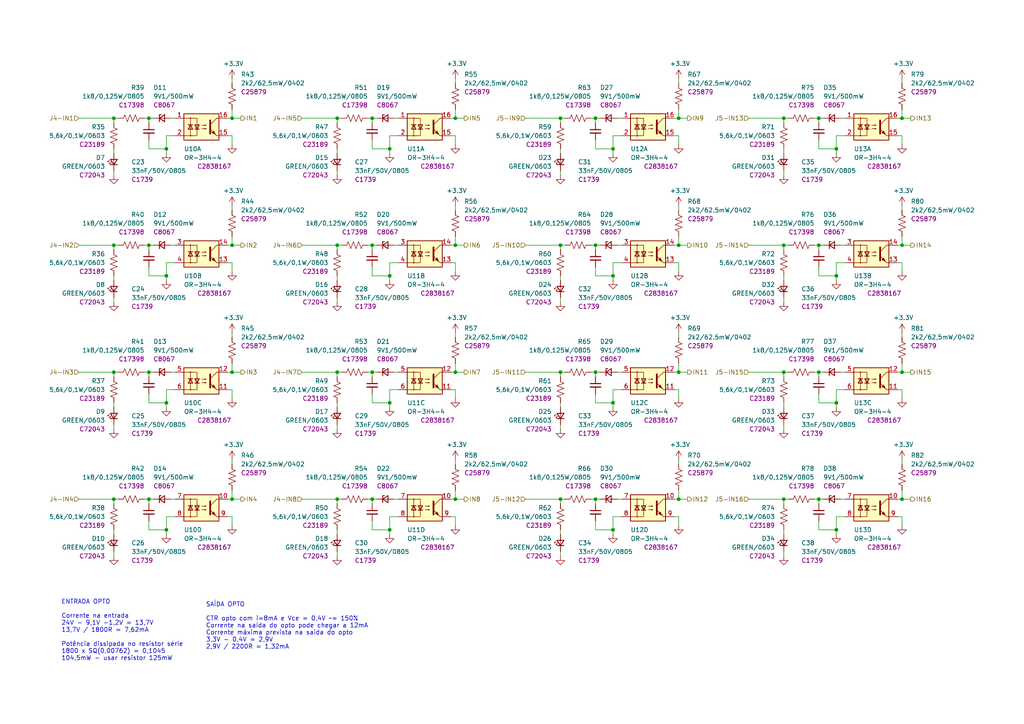
<source format=kicad_sch>
(kicad_sch (version 20230121) (generator eeschema)
  (paper "A4")
  (title_block (title "ESP 32x 24VDC Input 32x 24VDC Output Module") (date "2023-05-04") (rev "V1"))
  (junction (at 113.03 43.18))
  (junction (at 177.8 153.67))
  (junction (at 227.33 144.78))
  (junction (at 237.49 34.29))
  (junction (at 132.08 34.29))
  (junction (at 196.85 144.78))
  (junction (at 97.79 107.95))
  (junction (at 48.26 43.18))
  (junction (at 172.72 71.12))
  (junction (at 97.79 71.12))
  (junction (at 113.03 153.67))
  (junction (at 237.49 71.12))
  (junction (at 107.95 144.78))
  (junction (at 162.56 71.12))
  (junction (at 43.18 71.12))
  (junction (at 33.02 144.78))
  (junction (at 107.95 34.29))
  (junction (at 227.33 107.95))
  (junction (at 48.26 153.67))
  (junction (at 237.49 107.95))
  (junction (at 162.56 107.95))
  (junction (at 97.79 34.29))
  (junction (at 162.56 144.78))
  (junction (at 172.72 107.95))
  (junction (at 132.08 107.95))
  (junction (at 242.57 80.01))
  (junction (at 261.62 144.78))
  (junction (at 67.31 71.12))
  (junction (at 48.26 116.84))
  (junction (at 227.33 34.29))
  (junction (at 33.02 34.29))
  (junction (at 261.62 34.29))
  (junction (at 97.79 144.78))
  (junction (at 67.31 144.78))
  (junction (at 107.95 71.12))
  (junction (at 132.08 71.12))
  (junction (at 237.49 144.78))
  (junction (at 196.85 34.29))
  (junction (at 172.72 34.29))
  (junction (at 196.85 71.12))
  (junction (at 113.03 116.84))
  (junction (at 67.31 107.95))
  (junction (at 48.26 80.01))
  (junction (at 242.57 153.67))
  (junction (at 242.57 116.84))
  (junction (at 43.18 34.29))
  (junction (at 227.33 71.12))
  (junction (at 132.08 144.78))
  (junction (at 172.72 144.78))
  (junction (at 242.57 43.18))
  (junction (at 177.8 80.01))
  (junction (at 177.8 43.18))
  (junction (at 162.56 34.29))
  (junction (at 33.02 107.95))
  (junction (at 196.85 107.95))
  (junction (at 107.95 107.95))
  (junction (at 33.02 71.12))
  (junction (at 261.62 107.95))
  (junction (at 67.31 34.29))
  (junction (at 43.18 107.95))
  (junction (at 43.18 144.78))
  (junction (at 177.8 116.84))
  (junction (at 261.62 71.12))
  (junction (at 113.03 80.01))
  (wire (pts (xy 245.11 76.2) (xy 242.57 76.2)))
  (wire (pts (xy 107.95 151.13) (xy 107.95 153.67)))
  (wire (pts (xy 22.86 144.78) (xy 33.02 144.78)))
  (wire (pts (xy 130.81 34.29) (xy 132.08 34.29)))
  (wire (pts (xy 22.86 107.95) (xy 33.02 107.95)))
  (wire (pts (xy 196.85 22.86) (xy 196.85 24.13)))
  (wire (pts (xy 43.18 77.47) (xy 43.18 80.01)))
  (wire (pts (xy 227.33 160.02) (xy 227.33 161.29)))
  (wire (pts (xy 33.02 86.36) (xy 33.02 87.63)))
  (wire (pts (xy 67.31 39.37) (xy 67.31 41.91)))
  (wire (pts (xy 97.79 116.84) (xy 97.79 118.11)))
  (wire (pts (xy 177.8 153.67) (xy 177.8 154.94)))
  (wire (pts (xy 242.57 39.37) (xy 242.57 43.18)))
  (wire (pts (xy 172.72 107.95) (xy 173.99 107.95)))
  (wire (pts (xy 33.02 34.29) (xy 33.02 35.56)))
  (wire (pts (xy 196.85 59.69) (xy 196.85 60.96)))
  (wire (pts (xy 50.8 149.86) (xy 48.26 149.86)))
  (wire (pts (xy 227.33 34.29) (xy 227.33 35.56)))
  (wire (pts (xy 196.85 149.86) (xy 196.85 152.4)))
  (wire (pts (xy 217.17 34.29) (xy 227.33 34.29)))
  (wire (pts (xy 132.08 76.2) (xy 132.08 78.74)))
  (wire (pts (xy 162.56 80.01) (xy 162.56 81.28)))
  (wire (pts (xy 242.57 76.2) (xy 242.57 80.01)))
  (wire (pts (xy 114.3 71.12) (xy 115.57 71.12)))
  (wire (pts (xy 48.26 113.03) (xy 48.26 116.84)))
  (wire (pts (xy 242.57 116.84) (xy 242.57 118.11)))
  (wire (pts (xy 243.84 144.78) (xy 245.11 144.78)))
  (wire (pts (xy 162.56 153.67) (xy 162.56 154.94)))
  (wire (pts (xy 162.56 71.12) (xy 162.56 72.39)))
  (wire (pts (xy 237.49 80.01) (xy 242.57 80.01)))
  (wire (pts (xy 22.86 34.29) (xy 33.02 34.29)))
  (wire (pts (xy 242.57 43.18) (xy 242.57 44.45)))
  (wire (pts (xy 130.81 144.78) (xy 132.08 144.78)))
  (wire (pts (xy 195.58 34.29) (xy 196.85 34.29)))
  (wire (pts (xy 260.35 107.95) (xy 261.62 107.95)))
  (wire (pts (xy 97.79 144.78) (xy 99.06 144.78)))
  (wire (pts (xy 179.07 71.12) (xy 180.34 71.12)))
  (wire (pts (xy 43.18 151.13) (xy 43.18 153.67)))
  (wire (pts (xy 152.4 71.12) (xy 162.56 71.12)))
  (wire (pts (xy 243.84 34.29) (xy 245.11 34.29)))
  (wire (pts (xy 107.95 146.05) (xy 107.95 144.78)))
  (wire (pts (xy 180.34 149.86) (xy 177.8 149.86)))
  (wire (pts (xy 217.17 71.12) (xy 227.33 71.12)))
  (wire (pts (xy 227.33 123.19) (xy 227.33 124.46)))
  (wire (pts (xy 87.63 144.78) (xy 97.79 144.78)))
  (wire (pts (xy 172.72 146.05) (xy 172.72 144.78)))
  (wire (pts (xy 43.18 107.95) (xy 44.45 107.95)))
  (wire (pts (xy 195.58 39.37) (xy 196.85 39.37)))
  (wire (pts (xy 196.85 142.24) (xy 196.85 144.78)))
  (wire (pts (xy 227.33 49.53) (xy 227.33 50.8)))
  (wire (pts (xy 33.02 144.78) (xy 33.02 146.05)))
  (wire (pts (xy 237.49 114.3) (xy 237.49 116.84)))
  (wire (pts (xy 107.95 71.12) (xy 109.22 71.12)))
  (wire (pts (xy 195.58 107.95) (xy 196.85 107.95)))
  (wire (pts (xy 97.79 86.36) (xy 97.79 87.63)))
  (wire (pts (xy 245.11 113.03) (xy 242.57 113.03)))
  (wire (pts (xy 261.62 59.69) (xy 261.62 60.96)))
  (wire (pts (xy 237.49 109.22) (xy 237.49 107.95)))
  (wire (pts (xy 261.62 149.86) (xy 261.62 152.4)))
  (wire (pts (xy 237.49 72.39) (xy 237.49 71.12)))
  (wire (pts (xy 87.63 34.29) (xy 97.79 34.29)))
  (wire (pts (xy 227.33 144.78) (xy 228.6 144.78)))
  (wire (pts (xy 162.56 144.78) (xy 162.56 146.05)))
  (wire (pts (xy 130.81 107.95) (xy 132.08 107.95)))
  (wire (pts (xy 106.68 71.12) (xy 107.95 71.12)))
  (wire (pts (xy 41.91 34.29) (xy 43.18 34.29)))
  (wire (pts (xy 152.4 34.29) (xy 162.56 34.29)))
  (wire (pts (xy 237.49 107.95) (xy 238.76 107.95)))
  (wire (pts (xy 195.58 149.86) (xy 196.85 149.86)))
  (wire (pts (xy 106.68 107.95) (xy 107.95 107.95)))
  (wire (pts (xy 162.56 34.29) (xy 162.56 35.56)))
  (wire (pts (xy 260.35 76.2) (xy 261.62 76.2)))
  (wire (pts (xy 43.18 72.39) (xy 43.18 71.12)))
  (wire (pts (xy 132.08 22.86) (xy 132.08 24.13)))
  (wire (pts (xy 43.18 146.05) (xy 43.18 144.78)))
  (wire (pts (xy 43.18 114.3) (xy 43.18 116.84)))
  (wire (pts (xy 261.62 107.95) (xy 264.16 107.95)))
  (wire (pts (xy 171.45 34.29) (xy 172.72 34.29)))
  (wire (pts (xy 66.04 113.03) (xy 67.31 113.03)))
  (wire (pts (xy 48.26 116.84) (xy 48.26 118.11)))
  (wire (pts (xy 172.72 71.12) (xy 173.99 71.12)))
  (wire (pts (xy 132.08 142.24) (xy 132.08 144.78)))
  (wire (pts (xy 107.95 109.22) (xy 107.95 107.95)))
  (wire (pts (xy 180.34 39.37) (xy 177.8 39.37)))
  (wire (pts (xy 162.56 123.19) (xy 162.56 124.46)))
  (wire (pts (xy 172.72 109.22) (xy 172.72 107.95)))
  (wire (pts (xy 177.8 113.03) (xy 177.8 116.84)))
  (wire (pts (xy 196.85 133.35) (xy 196.85 134.62)))
  (wire (pts (xy 97.79 34.29) (xy 99.06 34.29)))
  (wire (pts (xy 33.02 107.95) (xy 34.29 107.95)))
  (wire (pts (xy 33.02 107.95) (xy 33.02 109.22)))
  (wire (pts (xy 132.08 39.37) (xy 132.08 41.91)))
  (wire (pts (xy 172.72 35.56) (xy 172.72 34.29)))
  (wire (pts (xy 196.85 71.12) (xy 199.39 71.12)))
  (wire (pts (xy 67.31 76.2) (xy 67.31 78.74)))
  (wire (pts (xy 243.84 107.95) (xy 245.11 107.95)))
  (wire (pts (xy 41.91 71.12) (xy 43.18 71.12)))
  (wire (pts (xy 132.08 59.69) (xy 132.08 60.96)))
  (wire (pts (xy 179.07 107.95) (xy 180.34 107.95)))
  (wire (pts (xy 67.31 71.12) (xy 69.85 71.12)))
  (wire (pts (xy 67.31 31.75) (xy 67.31 34.29)))
  (wire (pts (xy 227.33 86.36) (xy 227.33 87.63)))
  (wire (pts (xy 67.31 96.52) (xy 67.31 97.79)))
  (wire (pts (xy 237.49 116.84) (xy 242.57 116.84)))
  (wire (pts (xy 217.17 107.95) (xy 227.33 107.95)))
  (wire (pts (xy 43.18 34.29) (xy 44.45 34.29)))
  (wire (pts (xy 115.57 39.37) (xy 113.03 39.37)))
  (wire (pts (xy 113.03 113.03) (xy 113.03 116.84)))
  (wire (pts (xy 107.95 153.67) (xy 113.03 153.67)))
  (wire (pts (xy 162.56 34.29) (xy 163.83 34.29)))
  (wire (pts (xy 48.26 153.67) (xy 48.26 154.94)))
  (wire (pts (xy 33.02 116.84) (xy 33.02 118.11)))
  (wire (pts (xy 162.56 86.36) (xy 162.56 87.63)))
  (wire (pts (xy 107.95 144.78) (xy 109.22 144.78)))
  (wire (pts (xy 33.02 123.19) (xy 33.02 124.46)))
  (wire (pts (xy 172.72 77.47) (xy 172.72 80.01)))
  (wire (pts (xy 171.45 107.95) (xy 172.72 107.95)))
  (wire (pts (xy 132.08 133.35) (xy 132.08 134.62)))
  (wire (pts (xy 48.26 76.2) (xy 48.26 80.01)))
  (wire (pts (xy 227.33 34.29) (xy 228.6 34.29)))
  (wire (pts (xy 113.03 39.37) (xy 113.03 43.18)))
  (wire (pts (xy 113.03 80.01) (xy 113.03 81.28)))
  (wire (pts (xy 43.18 35.56) (xy 43.18 34.29)))
  (wire (pts (xy 114.3 107.95) (xy 115.57 107.95)))
  (wire (pts (xy 180.34 113.03) (xy 177.8 113.03)))
  (wire (pts (xy 33.02 43.18) (xy 33.02 44.45)))
  (wire (pts (xy 49.53 107.95) (xy 50.8 107.95)))
  (wire (pts (xy 171.45 71.12) (xy 172.72 71.12)))
  (wire (pts (xy 236.22 144.78) (xy 237.49 144.78)))
  (wire (pts (xy 41.91 144.78) (xy 43.18 144.78)))
  (wire (pts (xy 177.8 116.84) (xy 177.8 118.11)))
  (wire (pts (xy 33.02 49.53) (xy 33.02 50.8)))
  (wire (pts (xy 43.18 40.64) (xy 43.18 43.18)))
  (wire (pts (xy 33.02 80.01) (xy 33.02 81.28)))
  (wire (pts (xy 43.18 71.12) (xy 44.45 71.12)))
  (wire (pts (xy 43.18 43.18) (xy 48.26 43.18)))
  (wire (pts (xy 43.18 144.78) (xy 44.45 144.78)))
  (wire (pts (xy 237.49 40.64) (xy 237.49 43.18)))
  (wire (pts (xy 196.85 113.03) (xy 196.85 115.57)))
  (wire (pts (xy 177.8 39.37) (xy 177.8 43.18)))
  (wire (pts (xy 106.68 144.78) (xy 107.95 144.78)))
  (wire (pts (xy 132.08 31.75) (xy 132.08 34.29)))
  (wire (pts (xy 97.79 123.19) (xy 97.79 124.46)))
  (wire (pts (xy 236.22 71.12) (xy 237.49 71.12)))
  (wire (pts (xy 162.56 43.18) (xy 162.56 44.45)))
  (wire (pts (xy 114.3 144.78) (xy 115.57 144.78)))
  (wire (pts (xy 227.33 144.78) (xy 227.33 146.05)))
  (wire (pts (xy 237.49 153.67) (xy 242.57 153.67)))
  (wire (pts (xy 132.08 144.78) (xy 134.62 144.78)))
  (wire (pts (xy 66.04 144.78) (xy 67.31 144.78)))
  (wire (pts (xy 242.57 113.03) (xy 242.57 116.84)))
  (wire (pts (xy 237.49 43.18) (xy 242.57 43.18)))
  (wire (pts (xy 171.45 144.78) (xy 172.72 144.78)))
  (wire (pts (xy 227.33 80.01) (xy 227.33 81.28)))
  (wire (pts (xy 107.95 80.01) (xy 113.03 80.01)))
  (wire (pts (xy 130.81 113.03) (xy 132.08 113.03)))
  (wire (pts (xy 48.26 80.01) (xy 48.26 81.28)))
  (wire (pts (xy 227.33 43.18) (xy 227.33 44.45)))
  (wire (pts (xy 196.85 34.29) (xy 199.39 34.29)))
  (wire (pts (xy 97.79 80.01) (xy 97.79 81.28)))
  (wire (pts (xy 115.57 113.03) (xy 113.03 113.03)))
  (wire (pts (xy 227.33 71.12) (xy 228.6 71.12)))
  (wire (pts (xy 50.8 39.37) (xy 48.26 39.37)))
  (wire (pts (xy 261.62 68.58) (xy 261.62 71.12)))
  (wire (pts (xy 33.02 160.02) (xy 33.02 161.29)))
  (wire (pts (xy 162.56 116.84) (xy 162.56 118.11)))
  (wire (pts (xy 217.17 144.78) (xy 227.33 144.78)))
  (wire (pts (xy 162.56 49.53) (xy 162.56 50.8)))
  (wire (pts (xy 261.62 31.75) (xy 261.62 34.29)))
  (wire (pts (xy 172.72 153.67) (xy 177.8 153.67)))
  (wire (pts (xy 132.08 71.12) (xy 134.62 71.12)))
  (wire (pts (xy 237.49 146.05) (xy 237.49 144.78)))
  (wire (pts (xy 236.22 34.29) (xy 237.49 34.29)))
  (wire (pts (xy 113.03 76.2) (xy 113.03 80.01)))
  (wire (pts (xy 66.04 76.2) (xy 67.31 76.2)))
  (wire (pts (xy 113.03 116.84) (xy 113.03 118.11)))
  (wire (pts (xy 179.07 34.29) (xy 180.34 34.29)))
  (wire (pts (xy 97.79 34.29) (xy 97.79 35.56)))
  (wire (pts (xy 33.02 144.78) (xy 34.29 144.78)))
  (wire (pts (xy 43.18 153.67) (xy 48.26 153.67)))
  (wire (pts (xy 50.8 113.03) (xy 48.26 113.03)))
  (wire (pts (xy 237.49 35.56) (xy 237.49 34.29)))
  (wire (pts (xy 67.31 34.29) (xy 69.85 34.29)))
  (wire (pts (xy 236.22 107.95) (xy 237.49 107.95)))
  (wire (pts (xy 67.31 133.35) (xy 67.31 134.62)))
  (wire (pts (xy 177.8 80.01) (xy 177.8 81.28)))
  (wire (pts (xy 107.95 35.56) (xy 107.95 34.29)))
  (wire (pts (xy 172.72 114.3) (xy 172.72 116.84)))
  (wire (pts (xy 227.33 116.84) (xy 227.33 118.11)))
  (wire (pts (xy 172.72 80.01) (xy 177.8 80.01)))
  (wire (pts (xy 67.31 68.58) (xy 67.31 71.12)))
  (wire (pts (xy 87.63 71.12) (xy 97.79 71.12)))
  (wire (pts (xy 67.31 59.69) (xy 67.31 60.96)))
  (wire (pts (xy 261.62 96.52) (xy 261.62 97.79)))
  (wire (pts (xy 97.79 160.02) (xy 97.79 161.29)))
  (wire (pts (xy 66.04 107.95) (xy 67.31 107.95)))
  (wire (pts (xy 237.49 151.13) (xy 237.49 153.67)))
  (wire (pts (xy 97.79 71.12) (xy 97.79 72.39)))
  (wire (pts (xy 67.31 113.03) (xy 67.31 115.57)))
  (wire (pts (xy 107.95 40.64) (xy 107.95 43.18)))
  (wire (pts (xy 107.95 34.29) (xy 109.22 34.29)))
  (wire (pts (xy 152.4 144.78) (xy 162.56 144.78)))
  (wire (pts (xy 242.57 80.01) (xy 242.57 81.28)))
  (wire (pts (xy 227.33 107.95) (xy 227.33 109.22)))
  (wire (pts (xy 50.8 76.2) (xy 48.26 76.2)))
  (wire (pts (xy 261.62 22.86) (xy 261.62 24.13)))
  (wire (pts (xy 33.02 153.67) (xy 33.02 154.94)))
  (wire (pts (xy 33.02 71.12) (xy 33.02 72.39)))
  (wire (pts (xy 227.33 71.12) (xy 227.33 72.39)))
  (wire (pts (xy 107.95 116.84) (xy 113.03 116.84)))
  (wire (pts (xy 196.85 68.58) (xy 196.85 71.12)))
  (wire (pts (xy 261.62 105.41) (xy 261.62 107.95)))
  (wire (pts (xy 260.35 39.37) (xy 261.62 39.37)))
  (wire (pts (xy 162.56 144.78) (xy 163.83 144.78)))
  (wire (pts (xy 41.91 107.95) (xy 43.18 107.95)))
  (wire (pts (xy 242.57 153.67) (xy 242.57 154.94)))
  (wire (pts (xy 22.86 71.12) (xy 33.02 71.12)))
  (wire (pts (xy 97.79 43.18) (xy 97.79 44.45)))
  (wire (pts (xy 132.08 113.03) (xy 132.08 115.57)))
  (wire (pts (xy 177.8 149.86) (xy 177.8 153.67)))
  (wire (pts (xy 130.81 71.12) (xy 132.08 71.12)))
  (wire (pts (xy 107.95 114.3) (xy 107.95 116.84)))
  (wire (pts (xy 261.62 144.78) (xy 264.16 144.78)))
  (wire (pts (xy 66.04 39.37) (xy 67.31 39.37)))
  (wire (pts (xy 130.81 149.86) (xy 132.08 149.86)))
  (wire (pts (xy 261.62 142.24) (xy 261.62 144.78)))
  (wire (pts (xy 196.85 39.37) (xy 196.85 41.91)))
  (wire (pts (xy 49.53 34.29) (xy 50.8 34.29)))
  (wire (pts (xy 107.95 107.95) (xy 109.22 107.95)))
  (wire (pts (xy 97.79 107.95) (xy 97.79 109.22)))
  (wire (pts (xy 132.08 96.52) (xy 132.08 97.79)))
  (wire (pts (xy 195.58 144.78) (xy 196.85 144.78)))
  (wire (pts (xy 130.81 76.2) (xy 132.08 76.2)))
  (wire (pts (xy 260.35 113.03) (xy 261.62 113.03)))
  (wire (pts (xy 162.56 107.95) (xy 163.83 107.95)))
  (wire (pts (xy 113.03 43.18) (xy 113.03 44.45)))
  (wire (pts (xy 261.62 113.03) (xy 261.62 115.57)))
  (wire (pts (xy 67.31 105.41) (xy 67.31 107.95)))
  (wire (pts (xy 67.31 144.78) (xy 69.85 144.78)))
  (wire (pts (xy 132.08 34.29) (xy 134.62 34.29)))
  (wire (pts (xy 172.72 151.13) (xy 172.72 153.67)))
  (wire (pts (xy 172.72 144.78) (xy 173.99 144.78)))
  (wire (pts (xy 260.35 149.86) (xy 261.62 149.86)))
  (wire (pts (xy 196.85 107.95) (xy 199.39 107.95)))
  (wire (pts (xy 162.56 160.02) (xy 162.56 161.29)))
  (wire (pts (xy 97.79 71.12) (xy 99.06 71.12)))
  (wire (pts (xy 227.33 107.95) (xy 228.6 107.95)))
  (wire (pts (xy 48.26 39.37) (xy 48.26 43.18)))
  (wire (pts (xy 261.62 71.12) (xy 264.16 71.12)))
  (wire (pts (xy 66.04 71.12) (xy 67.31 71.12)))
  (wire (pts (xy 243.84 71.12) (xy 245.11 71.12)))
  (wire (pts (xy 162.56 107.95) (xy 162.56 109.22)))
  (wire (pts (xy 67.31 107.95) (xy 69.85 107.95)))
  (wire (pts (xy 195.58 113.03) (xy 196.85 113.03)))
  (wire (pts (xy 67.31 142.24) (xy 67.31 144.78)))
  (wire (pts (xy 130.81 39.37) (xy 132.08 39.37)))
  (wire (pts (xy 162.56 71.12) (xy 163.83 71.12)))
  (wire (pts (xy 107.95 72.39) (xy 107.95 71.12)))
  (wire (pts (xy 260.35 34.29) (xy 261.62 34.29)))
  (wire (pts (xy 261.62 39.37) (xy 261.62 41.91)))
  (wire (pts (xy 115.57 149.86) (xy 113.03 149.86)))
  (wire (pts (xy 261.62 34.29) (xy 264.16 34.29)))
  (wire (pts (xy 97.79 153.67) (xy 97.79 154.94)))
  (wire (pts (xy 113.03 153.67) (xy 113.03 154.94)))
  (wire (pts (xy 180.34 76.2) (xy 177.8 76.2)))
  (wire (pts (xy 33.02 34.29) (xy 34.29 34.29)))
  (wire (pts (xy 132.08 68.58) (xy 132.08 71.12)))
  (wire (pts (xy 107.95 77.47) (xy 107.95 80.01)))
  (wire (pts (xy 97.79 49.53) (xy 97.79 50.8)))
  (wire (pts (xy 49.53 71.12) (xy 50.8 71.12)))
  (wire (pts (xy 261.62 133.35) (xy 261.62 134.62)))
  (wire (pts (xy 106.68 34.29) (xy 107.95 34.29)))
  (wire (pts (xy 43.18 116.84) (xy 48.26 116.84)))
  (wire (pts (xy 33.02 71.12) (xy 34.29 71.12)))
  (wire (pts (xy 196.85 96.52) (xy 196.85 97.79)))
  (wire (pts (xy 172.72 40.64) (xy 172.72 43.18)))
  (wire (pts (xy 237.49 34.29) (xy 238.76 34.29)))
  (wire (pts (xy 177.8 76.2) (xy 177.8 80.01)))
  (wire (pts (xy 237.49 144.78) (xy 238.76 144.78)))
  (wire (pts (xy 66.04 149.86) (xy 67.31 149.86)))
  (wire (pts (xy 242.57 149.86) (xy 242.57 153.67)))
  (wire (pts (xy 152.4 107.95) (xy 162.56 107.95)))
  (wire (pts (xy 172.72 72.39) (xy 172.72 71.12)))
  (wire (pts (xy 195.58 76.2) (xy 196.85 76.2)))
  (wire (pts (xy 48.26 43.18) (xy 48.26 44.45)))
  (wire (pts (xy 237.49 71.12) (xy 238.76 71.12)))
  (wire (pts (xy 195.58 71.12) (xy 196.85 71.12)))
  (wire (pts (xy 172.72 116.84) (xy 177.8 116.84)))
  (wire (pts (xy 115.57 76.2) (xy 113.03 76.2)))
  (wire (pts (xy 107.95 43.18) (xy 113.03 43.18)))
  (wire (pts (xy 97.79 107.95) (xy 99.06 107.95)))
  (wire (pts (xy 261.62 76.2) (xy 261.62 78.74)))
  (wire (pts (xy 113.03 149.86) (xy 113.03 153.67)))
  (wire (pts (xy 196.85 31.75) (xy 196.85 34.29)))
  (wire (pts (xy 67.31 149.86) (xy 67.31 152.4)))
  (wire (pts (xy 97.79 144.78) (xy 97.79 146.05)))
  (wire (pts (xy 245.11 39.37) (xy 242.57 39.37)))
  (wire (pts (xy 196.85 105.41) (xy 196.85 107.95)))
  (wire (pts (xy 177.8 43.18) (xy 177.8 44.45)))
  (wire (pts (xy 196.85 76.2) (xy 196.85 78.74)))
  (wire (pts (xy 132.08 149.86) (xy 132.08 152.4)))
  (wire (pts (xy 43.18 80.01) (xy 48.26 80.01)))
  (wire (pts (xy 49.53 144.78) (xy 50.8 144.78)))
  (wire (pts (xy 132.08 105.41) (xy 132.08 107.95)))
  (wire (pts (xy 172.72 43.18) (xy 177.8 43.18)))
  (wire (pts (xy 237.49 77.47) (xy 237.49 80.01)))
  (wire (pts (xy 196.85 144.78) (xy 199.39 144.78)))
  (wire (pts (xy 227.33 153.67) (xy 227.33 154.94)))
  (wire (pts (xy 179.07 144.78) (xy 180.34 144.78)))
  (wire (pts (xy 245.11 149.86) (xy 242.57 149.86)))
  (wire (pts (xy 67.31 22.86) (xy 67.31 24.13)))
  (wire (pts (xy 43.18 109.22) (xy 43.18 107.95)))
  (wire (pts (xy 132.08 107.95) (xy 134.62 107.95)))
  (wire (pts (xy 260.35 144.78) (xy 261.62 144.78)))
  (wire (pts (xy 87.63 107.95) (xy 97.79 107.95)))
  (wire (pts (xy 114.3 34.29) (xy 115.57 34.29)))
  (wire (pts (xy 172.72 34.29) (xy 173.99 34.29)))
  (wire (pts (xy 66.04 34.29) (xy 67.31 34.29)))
  (wire (pts (xy 260.35 71.12) (xy 261.62 71.12)))
  (wire (pts (xy 48.26 149.86) (xy 48.26 153.67)))
  (text "ENTRADA OPTO\n\nCorrente na entrada\n24V - 9,1V -1,2V = 13,7V\n13,7V / 1800R = 7,62mA\n\nPotência dissipada no resistor série\n1800 x SQ(0,00762) = 0,1045\n104,5mW - usar resistor 125mW" (at 17.78 191.77 0) (effects (font (size 1.27 1.27)) (justify left bottom)))
  (text "SAÍDA OPTO\n\nCTR opto com i=8mA e Vce = 0,4V ~= 150%\nCorrente na saída do opto pode chegar a 12mA\nCorrente máxima prevista na saída do opto\n3,3V - 0,4V = 2,9V\n2,9V / 2200R = 1,32mA\n\n" (at 59.69 190.5 0) (effects (font (size 1.27 1.27)) (justify left bottom)))
  (hierarchical_label "IN10" (shape output) (at 199.39 71.12 0))
  (hierarchical_label "IN6" (shape output) (at 134.62 71.12 0))
  (hierarchical_label "IN9" (shape output) (at 199.39 34.29 0))
  (hierarchical_label "IN11" (shape output) (at 199.39 107.95 0))
  (hierarchical_label "J4-IN8" (shape input) (at 87.63 144.78 180))
  (hierarchical_label "IN3" (shape output) (at 69.85 107.95 0))
  (hierarchical_label "J4-IN2" (shape input) (at 22.86 71.12 180))
  (hierarchical_label "IN4" (shape output) (at 69.85 144.78 0))
  (hierarchical_label "IN1" (shape output) (at 69.85 34.29 0))
  (hierarchical_label "IN16" (shape output) (at 264.16 144.78 0))
  (hierarchical_label "IN15" (shape output) (at 264.16 107.95 0))
  (hierarchical_label "J4-IN6" (shape input) (at 87.63 71.12 180))
  (hierarchical_label "J4-IN4" (shape input) (at 22.86 144.78 180))
  (hierarchical_label "J5-IN13" (shape input) (at 217.17 34.29 180))
  (hierarchical_label "IN14" (shape output) (at 264.16 71.12 0))
  (hierarchical_label "J5-IN15" (shape input) (at 217.17 107.95 180))
  (hierarchical_label "J4-IN5" (shape input) (at 87.63 34.29 180))
  (hierarchical_label "IN13" (shape output) (at 264.16 34.29 0))
  (hierarchical_label "IN7" (shape output) (at 134.62 107.95 0))
  (hierarchical_label "IN2" (shape output) (at 69.85 71.12 0))
  (hierarchical_label "J5-IN16" (shape input) (at 217.17 144.78 180))
  (hierarchical_label "J5-IN9" (shape input) (at 152.4 34.29 180))
  (hierarchical_label "J5-IN10" (shape input) (at 152.4 71.12 180))
  (hierarchical_label "IN12" (shape output) (at 199.39 144.78 0))
  (hierarchical_label "IN8" (shape output) (at 134.62 144.78 0))
  (hierarchical_label "J5-IN11" (shape input) (at 152.4 107.95 180))
  (hierarchical_label "J4-IN3" (shape input) (at 22.86 107.95 180))
  (hierarchical_label "J4-IN7" (shape input) (at 87.63 107.95 180))
  (hierarchical_label "J4-IN1" (shape input) (at 22.86 34.29 180))
  (hierarchical_label "J5-IN14" (shape input) (at 217.17 71.12 180))
  (hierarchical_label "J5-IN12" (shape input) (at 152.4 144.78 180))
  (hierarchical_label "IN5" (shape output) (at 134.62 34.29 0))
  (symbol (lib_id "Tales:OR-3H4-4") (at 252.73 73.66 0) (unit 2)
    (property "Reference" "U13" (at 247.65 80.01 0) (effects (justify left)))
    (property "Value" "OR-3H4-4" (at 247.65 82.55 0) (effects (justify left)))
    (property "Footprint" "Package_SO:SOP-16_4.4x10.4mm_P1.27mm" (effects hide))
    (property "JLCPCB BOM" "1" (effects hide))
    (property "LCSC Part #" "C2838167" (at 251.46 85.09 0) (effects (justify left)))
    (property "Mfr PN" "OR-3H4-4GB-TA1-GK" (effects hide))
    (property "Vendor PN" "C2838167" (effects hide))
    (property "Case" "SOP-16-4.4" (effects hide))
    (property "Mfr" "Orient" (effects hide))
    (property "Vendor" "JLCPCB" (effects hide))
    (instances (project "ESP-24v-32ch-V1" (path "" (reference "U13") (unit 2)) (path "" (reference "U39") (unit 1))))
  )
  (symbol (lib_id "power:GND") (at 261.62 41.91 0) (unit 1)
    (property "Reference" "#PWR0140" (effects hide))
    (property "Value" "GNDREF" (effects hide))
    (instances (project "ESP-24v-32ch-V1" (path "" (reference "#PWR0140") (unit 1)) (path "" (reference "#PWR0253") (unit 1))))
  )
  (symbol (lib_id "Device:R_US") (at 227.33 76.2 0) (unit 1)
    (property "Reference" "R72" (at 224.79 73.66 0) (effects (justify right)))
    (property "Value" "5,6k/0,1W/0603" (at 224.79 76.2 0) (effects (justify right)))
    (property "Footprint" "Tales:R_0603_1608Metric" (effects hide))
    (property "Case" "0603/1608" (effects hide))
    (property "Mfr" "Uniroyal" (effects hide))
    (property "Mfr PN" "0603WAF5601T5E" (effects hide))
    (property "Vendor" "JLCPCB" (effects hide))
    (property "Vendor PN" "C23189" (effects hide))
    (property "LCSC Part #" "C23189" (at 224.79 78.74 0) (effects (justify right)))
    (property "JLCPCB BOM" "1" (effects hide))
    (instances (project "ESP-24v-32ch-V1" (path "" (reference "R72") (unit 1)) (path "" (reference "R168") (unit 1))))
  )
  (symbol (lib_id "power:GND") (at 48.26 44.45 0) (unit 1)
    (property "Reference" "#PWR087" (effects hide))
    (property "Value" "GNDREF" (effects hide))
    (instances (project "ESP-24v-32ch-V1" (path "" (reference "#PWR087") (unit 1)) (path "" (reference "#PWR0200") (unit 1))))
  )
  (symbol (lib_id "Device:C_Small") (at 107.95 148.59 0) (unit 1)
    (property "Reference" "C30" (at 102.87 157.48 0) (effects (justify left)))
    (property "Value" "33nF/50V/0805" (at 102.87 160.02 0) (effects (justify left)))
    (property "Footprint" "Tales:C_0805_2012Metric" (effects hide))
    (property "Technology" "Ceramic" (effects hide))
    (property "Case" "0805/2012" (effects hide))
    (property "Mfr" "FH" (effects hide))
    (property "Mfr PN" "0805B333K500NT" (effects hide))
    (property "Vendor" "JLCPCB" (effects hide))
    (property "Vendor PN" "C1739" (effects hide))
    (property "LCSC Part #" "C1739" (at 102.87 162.56 0) (effects (justify left)))
    (property "JLCPCB BOM" "1" (effects hide))
    (instances (project "ESP-24v-32ch-V1" (path "" (reference "C30") (unit 1)) (path "" (reference "C46") (unit 1))))
  )
  (symbol (lib_id "Device:R_US") (at 167.64 34.29 270) (unit 1)
    (property "Reference" "R63" (at 171.45 25.4 90) (effects (justify right)))
    (property "Value" "1k8/0,125W/0805" (at 171.45 27.94 90) (effects (justify right)))
    (property "Footprint" "Tales:R_0805_2012Metric" (effects hide))
    (property "Case" "0805/2012" (effects hide))
    (property "Mfr" "Uniroyal" (effects hide))
    (property "Vendor" "JLCPCB" (effects hide))
    (property "Mfr PN" "0805W8F1801T5E" (effects hide))
    (property "Vendor PN" "C17398" (effects hide))
    (property "LCSC Part #" "C17398" (at 171.45 30.48 90) (effects (justify right)))
    (property "JLCPCB BOM" "1" (effects hide))
    (instances (project "ESP-24v-32ch-V1" (path "" (reference "R63") (unit 1)) (path "" (reference "R159") (unit 1))))
  )
  (symbol (lib_id "Device:LED_Small") (at 33.02 46.99 90) (unit 1)
    (property "Reference" "D7" (at 30.48 45.72 90) (effects (justify left)))
    (property "Value" "GREEN/0603" (at 30.48 48.26 90) (effects (justify left)))
    (property "Footprint" "Tales:LED_0603_1608Metric" (effects hide))
    (property "Case" "0603" (effects hide))
    (property "Mfr" "Everlight" (effects hide))
    (property "Mfr PN" "19-217/GHC-YR1S2/3T" (effects hide))
    (property "Vendor" "JLCPCB" (effects hide))
    (property "Vendor PN" "C72043" (effects hide))
    (property "LCSC Part #" "C72043" (at 30.48 50.8 90) (effects (justify left)))
    (property "JLCPCB BOM" "1" (effects hide))
    (instances (project "ESP-24v-32ch-V1" (path "" (reference "D7") (unit 1)) (path "" (reference "D55") (unit 1))))
  )
  (symbol (lib_id "Device:C_Small") (at 237.49 38.1 0) (unit 1)
    (property "Reference" "C35" (at 232.41 46.99 0) (effects (justify left)))
    (property "Value" "33nF/50V/0805" (at 232.41 49.53 0) (effects (justify left)))
    (property "Footprint" "Tales:C_0805_2012Metric" (effects hide))
    (property "Technology" "Ceramic" (effects hide))
    (property "Case" "0805/2012" (effects hide))
    (property "Mfr" "FH" (effects hide))
    (property "Mfr PN" "0805B333K500NT" (effects hide))
    (property "Vendor" "JLCPCB" (effects hide))
    (property "Vendor PN" "C1739" (effects hide))
    (property "LCSC Part #" "C1739" (at 232.41 52.07 0) (effects (justify left)))
    (property "JLCPCB BOM" "1" (effects hide))
    (instances (project "ESP-24v-32ch-V1" (path "" (reference "C35") (unit 1)) (path "" (reference "C51") (unit 1))))
  )
  (symbol (lib_id "power:GND") (at 48.26 81.28 0) (unit 1)
    (property "Reference" "#PWR088" (effects hide))
    (property "Value" "GNDREF" (effects hide))
    (instances (project "ESP-24v-32ch-V1" (path "" (reference "#PWR088") (unit 1)) (path "" (reference "#PWR0201") (unit 1))))
  )
  (symbol (lib_id "Device:C_Small") (at 43.18 111.76 0) (unit 1)
    (property "Reference" "C25" (at 38.1 120.65 0) (effects (justify left)))
    (property "Value" "33nF/50V/0805" (at 38.1 123.19 0) (effects (justify left)))
    (property "Footprint" "Tales:C_0805_2012Metric" (effects hide))
    (property "Technology" "Ceramic" (effects hide))
    (property "Case" "0805/2012" (effects hide))
    (property "Mfr" "FH" (effects hide))
    (property "Mfr PN" "0805B333K500NT" (effects hide))
    (property "Vendor" "JLCPCB" (effects hide))
    (property "Vendor PN" "C1739" (effects hide))
    (property "LCSC Part #" "C1739" (at 38.1 125.73 0) (effects (justify left)))
    (property "JLCPCB BOM" "1" (effects hide))
    (instances (project "ESP-24v-32ch-V1" (path "" (reference "C25") (unit 1)) (path "" (reference "C41") (unit 1))))
  )
  (symbol (lib_id "Device:R_US") (at 97.79 113.03 0) (unit 1)
    (property "Reference" "R49" (at 95.25 110.49 0) (effects (justify right)))
    (property "Value" "5,6k/0,1W/0603" (at 95.25 113.03 0) (effects (justify right)))
    (property "Footprint" "Tales:R_0603_1608Metric" (effects hide))
    (property "Case" "0603/1608" (effects hide))
    (property "Mfr" "Uniroyal" (effects hide))
    (property "Mfr PN" "0603WAF5601T5E" (effects hide))
    (property "Vendor" "JLCPCB" (effects hide))
    (property "Vendor PN" "C23189" (effects hide))
    (property "LCSC Part #" "C23189" (at 95.25 115.57 0) (effects (justify right)))
    (property "JLCPCB BOM" "1" (effects hide))
    (instances (project "ESP-24v-32ch-V1" (path "" (reference "R49") (unit 1)) (path "" (reference "R145") (unit 1))))
  )
  (symbol (lib_id "power:GND") (at 132.08 41.91 0) (unit 1)
    (property "Reference" "#PWR0108" (effects hide))
    (property "Value" "GNDREF" (effects hide))
    (instances (project "ESP-24v-32ch-V1" (path "" (reference "#PWR0108") (unit 1)) (path "" (reference "#PWR0221") (unit 1))))
  )
  (symbol (lib_id "Device:LED_Small") (at 162.56 120.65 90) (unit 1)
    (property "Reference" "D25" (at 160.02 119.38 90) (effects (justify left)))
    (property "Value" "GREEN/0603" (at 160.02 121.92 90) (effects (justify left)))
    (property "Footprint" "Tales:LED_0603_1608Metric" (effects hide))
    (property "Case" "0603" (effects hide))
    (property "Mfr" "Everlight" (effects hide))
    (property "Mfr PN" "19-217/GHC-YR1S2/3T" (effects hide))
    (property "Vendor" "JLCPCB" (effects hide))
    (property "Vendor PN" "C72043" (effects hide))
    (property "LCSC Part #" "C72043" (at 160.02 124.46 90) (effects (justify left)))
    (property "JLCPCB BOM" "1" (effects hide))
    (instances (project "ESP-24v-32ch-V1" (path "" (reference "D25") (unit 1)) (path "" (reference "D73") (unit 1))))
  )
  (symbol (lib_id "power:GND") (at 261.62 115.57 0) (unit 1)
    (property "Reference" "#PWR0144" (effects hide))
    (property "Value" "GNDREF" (effects hide))
    (instances (project "ESP-24v-32ch-V1" (path "" (reference "#PWR0144") (unit 1)) (path "" (reference "#PWR0257") (unit 1))))
  )
  (symbol (lib_id "Device:R_US") (at 67.31 27.94 0) (unit 1)
    (property "Reference" "R43" (at 69.85 21.59 0) (effects (justify left)))
    (property "Value" "2k2/62,5mW/0402" (at 69.85 24.13 0) (effects (justify left)))
    (property "Footprint" "Tales:R_0402_1005Metric" (effects hide))
    (property "Case" "0402/1005" (effects hide))
    (property "Mfr" "Uniroyal" (effects hide))
    (property "Vendor" "JLCPCB" (effects hide))
    (property "Mfr PN" "0402WGF2201TCE" (effects hide))
    (property "Vendor PN" "C25879" (effects hide))
    (property "LCSC Part #" "C25879" (at 69.85 26.67 0) (effects (justify left)))
    (property "JLCPCB BOM" "1" (effects hide))
    (instances (project "ESP-24v-32ch-V1" (path "" (reference "R43") (unit 1)) (path "" (reference "R139") (unit 1))))
  )
  (symbol (lib_id "Device:LED_Small") (at 97.79 83.82 90) (unit 1)
    (property "Reference" "D16" (at 95.25 82.55 90) (effects (justify left)))
    (property "Value" "GREEN/0603" (at 95.25 85.09 90) (effects (justify left)))
    (property "Footprint" "Tales:LED_0603_1608Metric" (effects hide))
    (property "Case" "0603" (effects hide))
    (property "Mfr" "Everlight" (effects hide))
    (property "Mfr PN" "19-217/GHC-YR1S2/3T" (effects hide))
    (property "Vendor" "JLCPCB" (effects hide))
    (property "Vendor PN" "C72043" (effects hide))
    (property "LCSC Part #" "C72043" (at 95.25 87.63 90) (effects (justify left)))
    (property "JLCPCB BOM" "1" (effects hide))
    (instances (project "ESP-24v-32ch-V1" (path "" (reference "D16") (unit 1)) (path "" (reference "D64") (unit 1))))
  )
  (symbol (lib_id "Device:C_Small") (at 237.49 148.59 0) (unit 1)
    (property "Reference" "C38" (at 232.41 157.48 0) (effects (justify left)))
    (property "Value" "33nF/50V/0805" (at 232.41 160.02 0) (effects (justify left)))
    (property "Footprint" "Tales:C_0805_2012Metric" (effects hide))
    (property "Technology" "Ceramic" (effects hide))
    (property "Case" "0805/2012" (effects hide))
    (property "Mfr" "FH" (effects hide))
    (property "Mfr PN" "0805B333K500NT" (effects hide))
    (property "Vendor" "JLCPCB" (effects hide))
    (property "Vendor PN" "C1739" (effects hide))
    (property "LCSC Part #" "C1739" (at 232.41 162.56 0) (effects (justify left)))
    (property "JLCPCB BOM" "1" (effects hide))
    (instances (project "ESP-24v-32ch-V1" (path "" (reference "C38") (unit 1)) (path "" (reference "C54") (unit 1))))
  )
  (symbol (lib_id "power:GND") (at 67.31 115.57 0) (unit 1)
    (property "Reference" "#PWR096" (effects hide))
    (property "Value" "GNDREF" (effects hide))
    (instances (project "ESP-24v-32ch-V1" (path "" (reference "#PWR096") (unit 1)) (path "" (reference "#PWR0209") (unit 1))))
  )
  (symbol (lib_id "Device:R_US") (at 232.41 144.78 270) (unit 1)
    (property "Reference" "R78" (at 236.22 135.89 90) (effects (justify right)))
    (property "Value" "1k8/0,125W/0805" (at 236.22 138.43 90) (effects (justify right)))
    (property "Footprint" "Tales:R_0805_2012Metric" (effects hide))
    (property "Case" "0805/2012" (effects hide))
    (property "Mfr" "Uniroyal" (effects hide))
    (property "Vendor" "JLCPCB" (effects hide))
    (property "Mfr PN" "0805W8F1801T5E" (effects hide))
    (property "Vendor PN" "C17398" (effects hide))
    (property "LCSC Part #" "C17398" (at 236.22 140.97 90) (effects (justify right)))
    (property "JLCPCB BOM" "1" (effects hide))
    (instances (project "ESP-24v-32ch-V1" (path "" (reference "R78") (unit 1)) (path "" (reference "R174") (unit 1))))
  )
  (symbol (lib_id "power:GND") (at 177.8 44.45 0) (unit 1)
    (property "Reference" "#PWR0119" (effects hide))
    (property "Value" "GNDREF" (effects hide))
    (instances (project "ESP-24v-32ch-V1" (path "" (reference "#PWR0119") (unit 1)) (path "" (reference "#PWR0232") (unit 1))))
  )
  (symbol (lib_id "power:GND") (at 33.02 87.63 0) (unit 1)
    (property "Reference" "#PWR084" (effects hide))
    (property "Value" "GNDREF" (effects hide))
    (instances (project "ESP-24v-32ch-V1" (path "" (reference "#PWR084") (unit 1)) (path "" (reference "#PWR0157") (unit 1))))
  )
  (symbol (lib_id "power:GND") (at 162.56 161.29 0) (unit 1)
    (property "Reference" "#PWR0118" (effects hide))
    (property "Value" "GNDREF" (effects hide))
    (instances (project "ESP-24v-32ch-V1" (path "" (reference "#PWR0118") (unit 1)) (path "" (reference "#PWR0231") (unit 1))))
  )
  (symbol (lib_id "Device:D_Zener_Small") (at 111.76 107.95 0) (unit 1)
    (property "Reference" "D21" (at 109.22 99.06 0) (effects (justify left)))
    (property "Value" "9V1/500mW" (at 109.22 101.6 0) (effects (justify left)))
    (property "Footprint" "Diode_SMD:D_MiniMELF" (effects hide))
    (property "Case" "Mini-MELF" (effects hide))
    (property "Mfr" "Semtech" (effects hide))
    (property "Mfr PN" "ZMM9V1-M" (effects hide))
    (property "Vendor" "JLCPCB" (effects hide))
    (property "Vendor PN" "C8067" (effects hide))
    (property "JLCPCB BOM" "1" (effects hide))
    (property "LCSC Part #" "C8067" (at 109.22 104.14 0) (effects (justify left)))
    (instances (project "ESP-24v-32ch-V1" (path "" (reference "D21") (unit 1)) (path "" (reference "D69") (unit 1))))
  )
  (symbol (lib_id "Device:R_US") (at 102.87 107.95 270) (unit 1)
    (property "Reference" "R53" (at 106.68 99.06 90) (effects (justify right)))
    (property "Value" "1k8/0,125W/0805" (at 106.68 101.6 90) (effects (justify right)))
    (property "Footprint" "Tales:R_0805_2012Metric" (effects hide))
    (property "Case" "0805/2012" (effects hide))
    (property "Mfr" "Uniroyal" (effects hide))
    (property "Vendor" "JLCPCB" (effects hide))
    (property "Mfr PN" "0805W8F1801T5E" (effects hide))
    (property "Vendor PN" "C17398" (effects hide))
    (property "LCSC Part #" "C17398" (at 106.68 104.14 90) (effects (justify right)))
    (property "JLCPCB BOM" "1" (effects hide))
    (instances (project "ESP-24v-32ch-V1" (path "" (reference "R53") (unit 1)) (path "" (reference "R149") (unit 1))))
  )
  (symbol (lib_id "power:GND") (at 177.8 81.28 0) (unit 1)
    (property "Reference" "#PWR0120" (effects hide))
    (property "Value" "GNDREF" (effects hide))
    (instances (project "ESP-24v-32ch-V1" (path "" (reference "#PWR0120") (unit 1)) (path "" (reference "#PWR0233") (unit 1))))
  )
  (symbol (lib_id "Device:R_US") (at 102.87 34.29 270) (unit 1)
    (property "Reference" "R51" (at 106.68 25.4 90) (effects (justify right)))
    (property "Value" "1k8/0,125W/0805" (at 106.68 27.94 90) (effects (justify right)))
    (property "Footprint" "Tales:R_0805_2012Metric" (effects hide))
    (property "Case" "0805/2012" (effects hide))
    (property "Mfr" "Uniroyal" (effects hide))
    (property "Vendor" "JLCPCB" (effects hide))
    (property "Mfr PN" "0805W8F1801T5E" (effects hide))
    (property "Vendor PN" "C17398" (effects hide))
    (property "LCSC Part #" "C17398" (at 106.68 30.48 90) (effects (justify right)))
    (property "JLCPCB BOM" "1" (effects hide))
    (instances (project "ESP-24v-32ch-V1" (path "" (reference "R51") (unit 1)) (path "" (reference "R147") (unit 1))))
  )
  (symbol (lib_id "Tales:+3.3V") (at 132.08 59.69 0) (unit 1)
    (property "Reference" "#PWR0109" (effects hide))
    (property "Value" "+3.3V" (at 132.461 55.2958 0))
    (instances (project "ESP-24v-32ch-V1" (path "" (reference "#PWR0109") (unit 1)) (path "" (reference "#PWR0222") (unit 1))))
  )
  (symbol (lib_id "Tales:+3.3V") (at 196.85 133.35 0) (unit 1)
    (property "Reference" "#PWR0129" (effects hide))
    (property "Value" "+3.3V" (at 197.231 128.9558 0))
    (instances (project "ESP-24v-32ch-V1" (path "" (reference "#PWR0129") (unit 1)) (path "" (reference "#PWR0242") (unit 1))))
  )
  (symbol (lib_id "Device:R_US") (at 196.85 101.6 0) (unit 1)
    (property "Reference" "R69" (at 199.39 95.25 0) (effects (justify left)))
    (property "Value" "2k2/62,5mW/0402" (at 199.39 97.79 0) (effects (justify left)))
    (property "Footprint" "Tales:R_0402_1005Metric" (effects hide))
    (property "Case" "0402/1005" (effects hide))
    (property "Mfr" "Uniroyal" (effects hide))
    (property "Vendor" "JLCPCB" (effects hide))
    (property "Mfr PN" "0402WGF2201TCE" (effects hide))
    (property "Vendor PN" "C25879" (effects hide))
    (property "LCSC Part #" "C25879" (at 199.39 100.33 0) (effects (justify left)))
    (property "JLCPCB BOM" "1" (effects hide))
    (instances (project "ESP-24v-32ch-V1" (path "" (reference "R69") (unit 1)) (path "" (reference "R165") (unit 1))))
  )
  (symbol (lib_id "power:GND") (at 177.8 118.11 0) (unit 1)
    (property "Reference" "#PWR0121" (effects hide))
    (property "Value" "GNDREF" (effects hide))
    (instances (project "ESP-24v-32ch-V1" (path "" (reference "#PWR0121") (unit 1)) (path "" (reference "#PWR0234") (unit 1))))
  )
  (symbol (lib_id "power:GND") (at 227.33 124.46 0) (unit 1)
    (property "Reference" "#PWR0133" (effects hide))
    (property "Value" "GNDREF" (effects hide))
    (instances (project "ESP-24v-32ch-V1" (path "" (reference "#PWR0133") (unit 1)) (path "" (reference "#PWR0246") (unit 1))))
  )
  (symbol (lib_id "power:GND") (at 113.03 118.11 0) (unit 1)
    (property "Reference" "#PWR0105" (effects hide))
    (property "Value" "GNDREF" (effects hide))
    (instances (project "ESP-24v-32ch-V1" (path "" (reference "#PWR0105") (unit 1)) (path "" (reference "#PWR0218") (unit 1))))
  )
  (symbol (lib_id "Device:R_US") (at 227.33 113.03 0) (unit 1)
    (property "Reference" "R73" (at 224.79 110.49 0) (effects (justify right)))
    (property "Value" "5,6k/0,1W/0603" (at 224.79 113.03 0) (effects (justify right)))
    (property "Footprint" "Tales:R_0603_1608Metric" (effects hide))
    (property "Case" "0603/1608" (effects hide))
    (property "Mfr" "Uniroyal" (effects hide))
    (property "Mfr PN" "0603WAF5601T5E" (effects hide))
    (property "Vendor" "JLCPCB" (effects hide))
    (property "Vendor PN" "C23189" (effects hide))
    (property "LCSC Part #" "C23189" (at 224.79 115.57 0) (effects (justify right)))
    (property "JLCPCB BOM" "1" (effects hide))
    (instances (project "ESP-24v-32ch-V1" (path "" (reference "R73") (unit 1)) (path "" (reference "R169") (unit 1))))
  )
  (symbol (lib_id "power:GND") (at 113.03 81.28 0) (unit 1)
    (property "Reference" "#PWR0104" (effects hide))
    (property "Value" "GNDREF" (effects hide))
    (instances (project "ESP-24v-32ch-V1" (path "" (reference "#PWR0104") (unit 1)) (path "" (reference "#PWR0217") (unit 1))))
  )
  (symbol (lib_id "Device:C_Small") (at 43.18 38.1 0) (unit 1)
    (property "Reference" "C23" (at 38.1 46.99 0) (effects (justify left)))
    (property "Value" "33nF/50V/0805" (at 38.1 49.53 0) (effects (justify left)))
    (property "Footprint" "Tales:C_0805_2012Metric" (effects hide))
    (property "Technology" "Ceramic" (effects hide))
    (property "Case" "0805/2012" (effects hide))
    (property "Mfr" "FH" (effects hide))
    (property "Mfr PN" "0805B333K500NT" (effects hide))
    (property "Vendor" "JLCPCB" (effects hide))
    (property "Vendor PN" "C1739" (effects hide))
    (property "LCSC Part #" "C1739" (at 38.1 52.07 0) (effects (justify left)))
    (property "JLCPCB BOM" "1" (effects hide))
    (instances (project "ESP-24v-32ch-V1" (path "" (reference "C23") (unit 1)) (path "" (reference "C39") (unit 1))))
  )
  (symbol (lib_id "Device:LED_Small") (at 33.02 83.82 90) (unit 1)
    (property "Reference" "D8" (at 30.48 82.55 90) (effects (justify left)))
    (property "Value" "GREEN/0603" (at 30.48 85.09 90) (effects (justify left)))
    (property "Footprint" "Tales:LED_0603_1608Metric" (effects hide))
    (property "Case" "0603" (effects hide))
    (property "Mfr" "Everlight" (effects hide))
    (property "Mfr PN" "19-217/GHC-YR1S2/3T" (effects hide))
    (property "Vendor" "JLCPCB" (effects hide))
    (property "Vendor PN" "C72043" (effects hide))
    (property "LCSC Part #" "C72043" (at 30.48 87.63 90) (effects (justify left)))
    (property "JLCPCB BOM" "1" (effects hide))
    (instances (project "ESP-24v-32ch-V1" (path "" (reference "D8") (unit 1)) (path "" (reference "D56") (unit 1))))
  )
  (symbol (lib_id "power:GND") (at 196.85 41.91 0) (unit 1)
    (property "Reference" "#PWR0124" (effects hide))
    (property "Value" "GNDREF" (effects hide))
    (instances (project "ESP-24v-32ch-V1" (path "" (reference "#PWR0124") (unit 1)) (path "" (reference "#PWR0237") (unit 1))))
  )
  (symbol (lib_id "Device:R_US") (at 33.02 39.37 0) (unit 1)
    (property "Reference" "R35" (at 30.48 36.83 0) (effects (justify right)))
    (property "Value" "5,6k/0,1W/0603" (at 30.48 39.37 0) (effects (justify right)))
    (property "Footprint" "Tales:R_0603_1608Metric" (effects hide))
    (property "Case" "0603/1608" (effects hide))
    (property "Mfr" "Uniroyal" (effects hide))
    (property "Mfr PN" "0603WAF5601T5E" (effects hide))
    (property "Vendor" "JLCPCB" (effects hide))
    (property "Vendor PN" "C23189" (effects hide))
    (property "LCSC Part #" "C23189" (at 30.48 41.91 0) (effects (justify right)))
    (property "JLCPCB BOM" "1" (effects hide))
    (instances (project "ESP-24v-32ch-V1" (path "" (reference "R35") (unit 1)) (path "" (reference "R131") (unit 1))))
  )
  (symbol (lib_id "Device:R_US") (at 196.85 27.94 0) (unit 1)
    (property "Reference" "R67" (at 199.39 21.59 0) (effects (justify left)))
    (property "Value" "2k2/62,5mW/0402" (at 199.39 24.13 0) (effects (justify left)))
    (property "Footprint" "Tales:R_0402_1005Metric" (effects hide))
    (property "Case" "0402/1005" (effects hide))
    (property "Mfr" "Uniroyal" (effects hide))
    (property "Vendor" "JLCPCB" (effects hide))
    (property "Mfr PN" "0402WGF2201TCE" (effects hide))
    (property "Vendor PN" "C25879" (effects hide))
    (property "LCSC Part #" "C25879" (at 199.39 26.67 0) (effects (justify left)))
    (property "JLCPCB BOM" "1" (effects hide))
    (instances (project "ESP-24v-32ch-V1" (path "" (reference "R67") (unit 1)) (path "" (reference "R163") (unit 1))))
  )
  (symbol (lib_id "Device:C_Small") (at 172.72 74.93 0) (unit 1)
    (property "Reference" "C32" (at 167.64 83.82 0) (effects (justify left)))
    (property "Value" "33nF/50V/0805" (at 167.64 86.36 0) (effects (justify left)))
    (property "Footprint" "Tales:C_0805_2012Metric" (effects hide))
    (property "Technology" "Ceramic" (effects hide))
    (property "Case" "0805/2012" (effects hide))
    (property "Mfr" "FH" (effects hide))
    (property "Mfr PN" "0805B333K500NT" (effects hide))
    (property "Vendor" "JLCPCB" (effects hide))
    (property "Vendor PN" "C1739" (effects hide))
    (property "LCSC Part #" "C1739" (at 167.64 88.9 0) (effects (justify left)))
    (property "JLCPCB BOM" "1" (effects hide))
    (instances (project "ESP-24v-32ch-V1" (path "" (reference "C32") (unit 1)) (path "" (reference "C48") (unit 1))))
  )
  (symbol (lib_id "Device:R_US") (at 38.1 107.95 270) (unit 1)
    (property "Reference" "R41" (at 41.91 99.06 90) (effects (justify right)))
    (property "Value" "1k8/0,125W/0805" (at 41.91 101.6 90) (effects (justify right)))
    (property "Footprint" "Tales:R_0805_2012Metric" (effects hide))
    (property "Case" "0805/2012" (effects hide))
    (property "Mfr" "Uniroyal" (effects hide))
    (property "Vendor" "JLCPCB" (effects hide))
    (property "Mfr PN" "0805W8F1801T5E" (effects hide))
    (property "Vendor PN" "C17398" (effects hide))
    (property "LCSC Part #" "C17398" (at 41.91 104.14 90) (effects (justify right)))
    (property "JLCPCB BOM" "1" (effects hide))
    (instances (project "ESP-24v-32ch-V1" (path "" (reference "R41") (unit 1)) (path "" (reference "R137") (unit 1))))
  )
  (symbol (lib_id "Device:LED_Small") (at 97.79 46.99 90) (unit 1)
    (property "Reference" "D15" (at 95.25 45.72 90) (effects (justify left)))
    (property "Value" "GREEN/0603" (at 95.25 48.26 90) (effects (justify left)))
    (property "Footprint" "Tales:LED_0603_1608Metric" (effects hide))
    (property "Case" "0603" (effects hide))
    (property "Mfr" "Everlight" (effects hide))
    (property "Mfr PN" "19-217/GHC-YR1S2/3T" (effects hide))
    (property "Vendor" "JLCPCB" (effects hide))
    (property "Vendor PN" "C72043" (effects hide))
    (property "LCSC Part #" "C72043" (at 95.25 50.8 90) (effects (justify left)))
    (property "JLCPCB BOM" "1" (effects hide))
    (instances (project "ESP-24v-32ch-V1" (path "" (reference "D15") (unit 1)) (path "" (reference "D63") (unit 1))))
  )
  (symbol (lib_id "Device:C_Small") (at 172.72 111.76 0) (unit 1)
    (property "Reference" "C33" (at 167.64 120.65 0) (effects (justify left)))
    (property "Value" "33nF/50V/0805" (at 167.64 123.19 0) (effects (justify left)))
    (property "Footprint" "Tales:C_0805_2012Metric" (effects hide))
    (property "Technology" "Ceramic" (effects hide))
    (property "Case" "0805/2012" (effects hide))
    (property "Mfr" "FH" (effects hide))
    (property "Mfr PN" "0805B333K500NT" (effects hide))
    (property "Vendor" "JLCPCB" (effects hide))
    (property "Vendor PN" "C1739" (effects hide))
    (property "LCSC Part #" "C1739" (at 167.64 125.73 0) (effects (justify left)))
    (property "JLCPCB BOM" "1" (effects hide))
    (instances (project "ESP-24v-32ch-V1" (path "" (reference "C33") (unit 1)) (path "" (reference "C49") (unit 1))))
  )
  (symbol (lib_id "Device:R_US") (at 227.33 39.37 0) (unit 1)
    (property "Reference" "R71" (at 224.79 36.83 0) (effects (justify right)))
    (property "Value" "5,6k/0,1W/0603" (at 224.79 39.37 0) (effects (justify right)))
    (property "Footprint" "Tales:R_0603_1608Metric" (effects hide))
    (property "Case" "0603/1608" (effects hide))
    (property "Mfr" "Uniroyal" (effects hide))
    (property "Mfr PN" "0603WAF5601T5E" (effects hide))
    (property "Vendor" "JLCPCB" (effects hide))
    (property "Vendor PN" "C23189" (effects hide))
    (property "LCSC Part #" "C23189" (at 224.79 41.91 0) (effects (justify right)))
    (property "JLCPCB BOM" "1" (effects hide))
    (instances (project "ESP-24v-32ch-V1" (path "" (reference "R71") (unit 1)) (path "" (reference "R167") (unit 1))))
  )
  (symbol (lib_id "Tales:OR-3H4-4") (at 252.73 110.49 0) (unit 3)
    (property "Reference" "U13" (at 247.65 116.84 0) (effects (justify left)))
    (property "Value" "OR-3H4-4" (at 247.65 119.38 0) (effects (justify left)))
    (property "Footprint" "Package_SO:SOP-16_4.4x10.4mm_P1.27mm" (effects hide))
    (property "JLCPCB BOM" "1" (effects hide))
    (property "LCSC Part #" "C2838167" (at 251.46 121.92 0) (effects (justify left)))
    (property "Mfr PN" "OR-3H4-4GB-TA1-GK" (effects hide))
    (property "Vendor PN" "C2838167" (effects hide))
    (property "Case" "SOP-16-4.4" (effects hide))
    (property "Mfr" "Orient" (effects hide))
    (property "Vendor" "JLCPCB" (effects hide))
    (instances (project "ESP-24v-32ch-V1" (path "" (reference "U13") (unit 3)) (path "" (reference "U40") (unit 1))))
  )
  (symbol (lib_id "Device:LED_Small") (at 227.33 120.65 90) (unit 1)
    (property "Reference" "D33" (at 224.79 119.38 90) (effects (justify left)))
    (property "Value" "GREEN/0603" (at 224.79 121.92 90) (effects (justify left)))
    (property "Footprint" "Tales:LED_0603_1608Metric" (effects hide))
    (property "Case" "0603" (effects hide))
    (property "Mfr" "Everlight" (effects hide))
    (property "Mfr PN" "19-217/GHC-YR1S2/3T" (effects hide))
    (property "Vendor" "JLCPCB" (effects hide))
    (property "Vendor PN" "C72043" (effects hide))
    (property "LCSC Part #" "C72043" (at 224.79 124.46 90) (effects (justify left)))
    (property "JLCPCB BOM" "1" (effects hide))
    (instances (project "ESP-24v-32ch-V1" (path "" (reference "D33") (unit 1)) (path "" (reference "D81") (unit 1))))
  )
  (symbol (lib_id "Device:D_Zener_Small") (at 46.99 144.78 0) (unit 1)
    (property "Reference" "D14" (at 44.45 135.89 0) (effects (justify left)))
    (property "Value" "9V1/500mW" (at 44.45 138.43 0) (effects (justify left)))
    (property "Footprint" "Diode_SMD:D_MiniMELF" (effects hide))
    (property "Case" "Mini-MELF" (effects hide))
    (property "Mfr" "Semtech" (effects hide))
    (property "Mfr PN" "ZMM9V1-M" (effects hide))
    (property "Vendor" "JLCPCB" (effects hide))
    (property "Vendor PN" "C8067" (effects hide))
    (property "JLCPCB BOM" "1" (effects hide))
    (property "LCSC Part #" "C8067" (at 44.45 140.97 0) (effects (justify left)))
    (instances (project "ESP-24v-32ch-V1" (path "" (reference "D14") (unit 1)) (path "" (reference "D62") (unit 1))))
  )
  (symbol (lib_id "Device:R_US") (at 33.02 113.03 0) (unit 1)
    (property "Reference" "R37" (at 30.48 110.49 0) (effects (justify right)))
    (property "Value" "5,6k/0,1W/0603" (at 30.48 113.03 0) (effects (justify right)))
    (property "Footprint" "Tales:R_0603_1608Metric" (effects hide))
    (property "Case" "0603/1608" (effects hide))
    (property "Mfr" "Uniroyal" (effects hide))
    (property "Mfr PN" "0603WAF5601T5E" (effects hide))
    (property "Vendor" "JLCPCB" (effects hide))
    (property "Vendor PN" "C23189" (effects hide))
    (property "LCSC Part #" "C23189" (at 30.48 115.57 0) (effects (justify right)))
    (property "JLCPCB BOM" "1" (effects hide))
    (instances (project "ESP-24v-32ch-V1" (path "" (reference "R37") (unit 1)) (path "" (reference "R133") (unit 1))))
  )
  (symbol (lib_id "Device:R_US") (at 97.79 39.37 0) (unit 1)
    (property "Reference" "R47" (at 95.25 36.83 0) (effects (justify right)))
    (property "Value" "5,6k/0,1W/0603" (at 95.25 39.37 0) (effects (justify right)))
    (property "Footprint" "Tales:R_0603_1608Metric" (effects hide))
    (property "Case" "0603/1608" (effects hide))
    (property "Mfr" "Uniroyal" (effects hide))
    (property "Mfr PN" "0603WAF5601T5E" (effects hide))
    (property "Vendor" "JLCPCB" (effects hide))
    (property "Vendor PN" "C23189" (effects hide))
    (property "LCSC Part #" "C23189" (at 95.25 41.91 0) (effects (justify right)))
    (property "JLCPCB BOM" "1" (effects hide))
    (instances (project "ESP-24v-32ch-V1" (path "" (reference "R47") (unit 1)) (path "" (reference "R143") (unit 1))))
  )
  (symbol (lib_id "Device:R_US") (at 97.79 149.86 0) (unit 1)
    (property "Reference" "R50" (at 95.25 147.32 0) (effects (justify right)))
    (property "Value" "5,6k/0,1W/0603" (at 95.25 149.86 0) (effects (justify right)))
    (property "Footprint" "Tales:R_0603_1608Metric" (effects hide))
    (property "Case" "0603/1608" (effects hide))
    (property "Mfr" "Uniroyal" (effects hide))
    (property "Mfr PN" "0603WAF5601T5E" (effects hide))
    (property "Vendor" "JLCPCB" (effects hide))
    (property "Vendor PN" "C23189" (effects hide))
    (property "LCSC Part #" "C23189" (at 95.25 152.4 0) (effects (justify right)))
    (property "JLCPCB BOM" "1" (effects hide))
    (instances (project "ESP-24v-32ch-V1" (path "" (reference "R50") (unit 1)) (path "" (reference "R146") (unit 1))))
  )
  (symbol (lib_id "Device:R_US") (at 162.56 149.86 0) (unit 1)
    (property "Reference" "R62" (at 160.02 147.32 0) (effects (justify right)))
    (property "Value" "5,6k/0,1W/0603" (at 160.02 149.86 0) (effects (justify right)))
    (property "Footprint" "Tales:R_0603_1608Metric" (effects hide))
    (property "Case" "0603/1608" (effects hide))
    (property "Mfr" "Uniroyal" (effects hide))
    (property "Mfr PN" "0603WAF5601T5E" (effects hide))
    (property "Vendor" "JLCPCB" (effects hide))
    (property "Vendor PN" "C23189" (effects hide))
    (property "LCSC Part #" "C23189" (at 160.02 152.4 0) (effects (justify right)))
    (property "JLCPCB BOM" "1" (effects hide))
    (instances (project "ESP-24v-32ch-V1" (path "" (reference "R62") (unit 1)) (path "" (reference "R158") (unit 1))))
  )
  (symbol (lib_id "Device:R_US") (at 102.87 71.12 270) (unit 1)
    (property "Reference" "R52" (at 106.68 62.23 90) (effects (justify right)))
    (property "Value" "1k8/0,125W/0805" (at 106.68 64.77 90) (effects (justify right)))
    (property "Footprint" "Tales:R_0805_2012Metric" (effects hide))
    (property "Case" "0805/2012" (effects hide))
    (property "Mfr" "Uniroyal" (effects hide))
    (property "Vendor" "JLCPCB" (effects hide))
    (property "Mfr PN" "0805W8F1801T5E" (effects hide))
    (property "Vendor PN" "C17398" (effects hide))
    (property "LCSC Part #" "C17398" (at 106.68 67.31 90) (effects (justify right)))
    (property "JLCPCB BOM" "1" (effects hide))
    (instances (project "ESP-24v-32ch-V1" (path "" (reference "R52") (unit 1)) (path "" (reference "R148") (unit 1))))
  )
  (symbol (lib_id "Tales:+3.3V") (at 261.62 59.69 0) (unit 1)
    (property "Reference" "#PWR0141" (effects hide))
    (property "Value" "+3.3V" (at 262.001 55.2958 0))
    (instances (project "ESP-24v-32ch-V1" (path "" (reference "#PWR0141") (unit 1)) (path "" (reference "#PWR0254") (unit 1))))
  )
  (symbol (lib_id "Device:D_Zener_Small") (at 46.99 34.29 0) (unit 1)
    (property "Reference" "D11" (at 44.45 25.4 0) (effects (justify left)))
    (property "Value" "9V1/500mW" (at 44.45 27.94 0) (effects (justify left)))
    (property "Footprint" "Diode_SMD:D_MiniMELF" (effects hide))
    (property "Case" "Mini-MELF" (effects hide))
    (property "Mfr" "Semtech" (effects hide))
    (property "Mfr PN" "ZMM9V1-M" (effects hide))
    (property "Vendor" "JLCPCB" (effects hide))
    (property "Vendor PN" "C8067" (effects hide))
    (property "JLCPCB BOM" "1" (effects hide))
    (property "LCSC Part #" "C8067" (at 44.45 30.48 0) (effects (justify left)))
    (instances (project "ESP-24v-32ch-V1" (path "" (reference "D11") (unit 1)) (path "" (reference "D59") (unit 1))))
  )
  (symbol (lib_id "power:GND") (at 33.02 50.8 0) (unit 1)
    (property "Reference" "#PWR083" (effects hide))
    (property "Value" "GNDREF" (effects hide))
    (instances (project "ESP-24v-32ch-V1" (path "" (reference "#PWR083") (unit 1)) (path "" (reference "#PWR0156") (unit 1))))
  )
  (symbol (lib_id "power:GND") (at 261.62 78.74 0) (unit 1)
    (property "Reference" "#PWR0142" (effects hide))
    (property "Value" "GNDREF" (effects hide))
    (instances (project "ESP-24v-32ch-V1" (path "" (reference "#PWR0142") (unit 1)) (path "" (reference "#PWR0255") (unit 1))))
  )
  (symbol (lib_id "Device:C_Small") (at 43.18 74.93 0) (unit 1)
    (property "Reference" "C24" (at 38.1 83.82 0) (effects (justify left)))
    (property "Value" "33nF/50V/0805" (at 38.1 86.36 0) (effects (justify left)))
    (property "Footprint" "Tales:C_0805_2012Metric" (effects hide))
    (property "Technology" "Ceramic" (effects hide))
    (property "Case" "0805/2012" (effects hide))
    (property "Mfr" "FH" (effects hide))
    (property "Mfr PN" "0805B333K500NT" (effects hide))
    (property "Vendor" "JLCPCB" (effects hide))
    (property "Vendor PN" "C1739" (effects hide))
    (property "LCSC Part #" "C1739" (at 38.1 88.9 0) (effects (justify left)))
    (property "JLCPCB BOM" "1" (effects hide))
    (instances (project "ESP-24v-32ch-V1" (path "" (reference "C24") (unit 1)) (path "" (reference "C40") (unit 1))))
  )
  (symbol (lib_id "Tales:OR-3H4-4") (at 252.73 36.83 0) (unit 1)
    (property "Reference" "U13" (at 247.65 43.18 0) (effects (justify left)))
    (property "Value" "OR-3H4-4" (at 247.65 45.72 0) (effects (justify left)))
    (property "Footprint" "Package_SO:SOP-16_4.4x10.4mm_P1.27mm" (effects hide))
    (property "JLCPCB BOM" "1" (effects hide))
    (property "LCSC Part #" "C2838167" (at 251.46 48.26 0) (effects (justify left)))
    (property "Mfr PN" "OR-3H4-4GB-TA1-GK" (effects hide))
    (property "Vendor PN" "C2838167" (effects hide))
    (property "Case" "SOP-16-4.4" (effects hide))
    (property "Mfr" "Orient" (effects hide))
    (property "Vendor" "JLCPCB" (effects hide))
    (instances (project "ESP-24v-32ch-V1" (path "" (reference "U13") (unit 1)) (path "" (reference "U38") (unit 1))))
  )
  (symbol (lib_id "Tales:OR-3H4-4") (at 252.73 147.32 0) (unit 4)
    (property "Reference" "U13" (at 247.65 153.67 0) (effects (justify left)))
    (property "Value" "OR-3H4-4" (at 247.65 156.21 0) (effects (justify left)))
    (property "Footprint" "Package_SO:SOP-16_4.4x10.4mm_P1.27mm" (effects hide))
    (property "JLCPCB BOM" "1" (effects hide))
    (property "LCSC Part #" "C2838167" (at 251.46 158.75 0) (effects (justify left)))
    (property "Mfr PN" "OR-3H4-4GB-TA1-GK" (effects hide))
    (property "Vendor PN" "C2838167" (effects hide))
    (property "Case" "SOP-16-4.4" (effects hide))
    (property "Mfr" "Orient" (effects hide))
    (property "Vendor" "JLCPCB" (effects hide))
    (instances (project "ESP-24v-32ch-V1" (path "" (reference "U13") (unit 4)) (path "" (reference "U41") (unit 1))))
  )
  (symbol (lib_id "power:GND") (at 242.57 44.45 0) (unit 1)
    (property "Reference" "#PWR0135" (effects hide))
    (property "Value" "GNDREF" (effects hide))
    (instances (project "ESP-24v-32ch-V1" (path "" (reference "#PWR0135") (unit 1)) (path "" (reference "#PWR0248") (unit 1))))
  )
  (symbol (lib_id "Tales:OR-3H4-4") (at 187.96 36.83 0) (unit 1)
    (property "Reference" "U12" (at 182.88 43.18 0) (effects (justify left)))
    (property "Value" "OR-3H4-4" (at 182.88 45.72 0) (effects (justify left)))
    (property "Footprint" "Package_SO:SOP-16_4.4x10.4mm_P1.27mm" (effects hide))
    (property "JLCPCB BOM" "1" (effects hide))
    (property "LCSC Part #" "C2838167" (at 186.69 48.26 0) (effects (justify left)))
    (property "Mfr PN" "OR-3H4-4GB-TA1-GK" (effects hide))
    (property "Vendor PN" "C2838167" (effects hide))
    (property "Case" "SOP-16-4.4" (effects hide))
    (property "Mfr" "Orient" (effects hide))
    (property "Vendor" "JLCPCB" (effects hide))
    (instances (project "ESP-24v-32ch-V1" (path "" (reference "U12") (unit 1)) (path "" (reference "U34") (unit 1))))
  )
  (symbol (lib_id "power:GND") (at 33.02 124.46 0) (unit 1)
    (property "Reference" "#PWR085" (effects hide))
    (property "Value" "GNDREF" (effects hide))
    (instances (project "ESP-24v-32ch-V1" (path "" (reference "#PWR085") (unit 1)) (path "" (reference "#PWR0198") (unit 1))))
  )
  (symbol (lib_id "Tales:OR-3H4-4") (at 187.96 73.66 0) (unit 2)
    (property "Reference" "U12" (at 182.88 80.01 0) (effects (justify left)))
    (property "Value" "OR-3H4-4" (at 182.88 82.55 0) (effects (justify left)))
    (property "Footprint" "Package_SO:SOP-16_4.4x10.4mm_P1.27mm" (effects hide))
    (property "JLCPCB BOM" "1" (effects hide))
    (property "LCSC Part #" "C2838167" (at 186.69 85.09 0) (effects (justify left)))
    (property "Mfr PN" "OR-3H4-4GB-TA1-GK" (effects hide))
    (property "Vendor PN" "C2838167" (effects hide))
    (property "Case" "SOP-16-4.4" (effects hide))
    (property "Mfr" "Orient" (effects hide))
    (property "Vendor" "JLCPCB" (effects hide))
    (instances (project "ESP-24v-32ch-V1" (path "" (reference "U12") (unit 2)) (path "" (reference "U35") (unit 1))))
  )
  (symbol (lib_id "Device:C_Small") (at 107.95 111.76 0) (unit 1)
    (property "Reference" "C29" (at 102.87 120.65 0) (effects (justify left)))
    (property "Value" "33nF/50V/0805" (at 102.87 123.19 0) (effects (justify left)))
    (property "Footprint" "Tales:C_0805_2012Metric" (effects hide))
    (property "Technology" "Ceramic" (effects hide))
    (property "Case" "0805/2012" (effects hide))
    (property "Mfr" "FH" (effects hide))
    (property "Mfr PN" "0805B333K500NT" (effects hide))
    (property "Vendor" "JLCPCB" (effects hide))
    (property "Vendor PN" "C1739" (effects hide))
    (property "LCSC Part #" "C1739" (at 102.87 125.73 0) (effects (justify left)))
    (property "JLCPCB BOM" "1" (effects hide))
    (instances (project "ESP-24v-32ch-V1" (path "" (reference "C29") (unit 1)) (path "" (reference "C45") (unit 1))))
  )
  (symbol (lib_id "power:GND") (at 33.02 161.29 0) (unit 1)
    (property "Reference" "#PWR086" (effects hide))
    (property "Value" "GNDREF" (effects hide))
    (instances (project "ESP-24v-32ch-V1" (path "" (reference "#PWR086") (unit 1)) (path "" (reference "#PWR0199") (unit 1))))
  )
  (symbol (lib_id "Device:D_Zener_Small") (at 46.99 107.95 0) (unit 1)
    (property "Reference" "D13" (at 44.45 99.06 0) (effects (justify left)))
    (property "Value" "9V1/500mW" (at 44.45 101.6 0) (effects (justify left)))
    (property "Footprint" "Diode_SMD:D_MiniMELF" (effects hide))
    (property "Case" "Mini-MELF" (effects hide))
    (property "Mfr" "Semtech" (effects hide))
    (property "Mfr PN" "ZMM9V1-M" (effects hide))
    (property "Vendor" "JLCPCB" (effects hide))
    (property "Vendor PN" "C8067" (effects hide))
    (property "JLCPCB BOM" "1" (effects hide))
    (property "LCSC Part #" "C8067" (at 44.45 104.14 0) (effects (justify left)))
    (instances (project "ESP-24v-32ch-V1" (path "" (reference "D13") (unit 1)) (path "" (reference "D61") (unit 1))))
  )
  (symbol (lib_id "Device:R_US") (at 132.08 64.77 0) (unit 1)
    (property "Reference" "R56" (at 134.62 58.42 0) (effects (justify left)))
    (property "Value" "2k2/62,5mW/0402" (at 134.62 60.96 0) (effects (justify left)))
    (property "Footprint" "Tales:R_0402_1005Metric" (effects hide))
    (property "Case" "0402/1005" (effects hide))
    (property "Mfr" "Uniroyal" (effects hide))
    (property "Vendor" "JLCPCB" (effects hide))
    (property "Mfr PN" "0402WGF2201TCE" (effects hide))
    (property "Vendor PN" "C25879" (effects hide))
    (property "LCSC Part #" "C25879" (at 134.62 63.5 0) (effects (justify left)))
    (property "JLCPCB BOM" "1" (effects hide))
    (instances (project "ESP-24v-32ch-V1" (path "" (reference "R56") (unit 1)) (path "" (reference "R152") (unit 1))))
  )
  (symbol (lib_id "power:GND") (at 113.03 154.94 0) (unit 1)
    (property "Reference" "#PWR0106" (effects hide))
    (property "Value" "GNDREF" (effects hide))
    (instances (project "ESP-24v-32ch-V1" (path "" (reference "#PWR0106") (unit 1)) (path "" (reference "#PWR0219") (unit 1))))
  )
  (symbol (lib_id "Device:R_US") (at 167.64 71.12 270) (unit 1)
    (property "Reference" "R64" (at 171.45 62.23 90) (effects (justify right)))
    (property "Value" "1k8/0,125W/0805" (at 171.45 64.77 90) (effects (justify right)))
    (property "Footprint" "Tales:R_0805_2012Metric" (effects hide))
    (property "Case" "0805/2012" (effects hide))
    (property "Mfr" "Uniroyal" (effects hide))
    (property "Vendor" "JLCPCB" (effects hide))
    (property "Mfr PN" "0805W8F1801T5E" (effects hide))
    (property "Vendor PN" "C17398" (effects hide))
    (property "LCSC Part #" "C17398" (at 171.45 67.31 90) (effects (justify right)))
    (property "JLCPCB BOM" "1" (effects hide))
    (instances (project "ESP-24v-32ch-V1" (path "" (reference "R64") (unit 1)) (path "" (reference "R160") (unit 1))))
  )
  (symbol (lib_id "power:GND") (at 97.79 124.46 0) (unit 1)
    (property "Reference" "#PWR0101" (effects hide))
    (property "Value" "GNDREF" (effects hide))
    (instances (project "ESP-24v-32ch-V1" (path "" (reference "#PWR0101") (unit 1)) (path "" (reference "#PWR0214") (unit 1))))
  )
  (symbol (lib_id "Device:C_Small") (at 237.49 74.93 0) (unit 1)
    (property "Reference" "C36" (at 232.41 83.82 0) (effects (justify left)))
    (property "Value" "33nF/50V/0805" (at 232.41 86.36 0) (effects (justify left)))
    (property "Footprint" "Tales:C_0805_2012Metric" (effects hide))
    (property "Technology" "Ceramic" (effects hide))
    (property "Case" "0805/2012" (effects hide))
    (property "Mfr" "FH" (effects hide))
    (property "Mfr PN" "0805B333K500NT" (effects hide))
    (property "Vendor" "JLCPCB" (effects hide))
    (property "Vendor PN" "C1739" (effects hide))
    (property "LCSC Part #" "C1739" (at 232.41 88.9 0) (effects (justify left)))
    (property "JLCPCB BOM" "1" (effects hide))
    (instances (project "ESP-24v-32ch-V1" (path "" (reference "C36") (unit 1)) (path "" (reference "C52") (unit 1))))
  )
  (symbol (lib_id "Device:D_Zener_Small") (at 241.3 34.29 0) (unit 1)
    (property "Reference" "D35" (at 238.76 25.4 0) (effects (justify left)))
    (property "Value" "9V1/500mW" (at 238.76 27.94 0) (effects (justify left)))
    (property "Footprint" "Diode_SMD:D_MiniMELF" (effects hide))
    (property "Case" "Mini-MELF" (effects hide))
    (property "Mfr" "Semtech" (effects hide))
    (property "Mfr PN" "ZMM9V1-M" (effects hide))
    (property "Vendor" "JLCPCB" (effects hide))
    (property "Vendor PN" "C8067" (effects hide))
    (property "JLCPCB BOM" "1" (effects hide))
    (property "LCSC Part #" "C8067" (at 238.76 30.48 0) (effects (justify left)))
    (instances (project "ESP-24v-32ch-V1" (path "" (reference "D35") (unit 1)) (path "" (reference "D83") (unit 1))))
  )
  (symbol (lib_id "power:GND") (at 67.31 41.91 0) (unit 1)
    (property "Reference" "#PWR092" (effects hide))
    (property "Value" "GNDREF" (effects hide))
    (instances (project "ESP-24v-32ch-V1" (path "" (reference "#PWR092") (unit 1)) (path "" (reference "#PWR0205") (unit 1))))
  )
  (symbol (lib_id "power:GND") (at 97.79 161.29 0) (unit 1)
    (property "Reference" "#PWR0102" (effects hide))
    (property "Value" "GNDREF" (effects hide))
    (instances (project "ESP-24v-32ch-V1" (path "" (reference "#PWR0102") (unit 1)) (path "" (reference "#PWR0215") (unit 1))))
  )
  (symbol (lib_id "Device:D_Zener_Small") (at 46.99 71.12 0) (unit 1)
    (property "Reference" "D12" (at 44.45 62.23 0) (effects (justify left)))
    (property "Value" "9V1/500mW" (at 44.45 64.77 0) (effects (justify left)))
    (property "Footprint" "Diode_SMD:D_MiniMELF" (effects hide))
    (property "Case" "Mini-MELF" (effects hide))
    (property "Mfr" "Semtech" (effects hide))
    (property "Mfr PN" "ZMM9V1-M" (effects hide))
    (property "Vendor" "JLCPCB" (effects hide))
    (property "Vendor PN" "C8067" (effects hide))
    (property "JLCPCB BOM" "1" (effects hide))
    (property "LCSC Part #" "C8067" (at 44.45 67.31 0) (effects (justify left)))
    (instances (project "ESP-24v-32ch-V1" (path "" (reference "D12") (unit 1)) (path "" (reference "D60") (unit 1))))
  )
  (symbol (lib_id "Tales:+3.3V") (at 261.62 133.35 0) (unit 1)
    (property "Reference" "#PWR0145" (effects hide))
    (property "Value" "+3.3V" (at 262.001 128.9558 0))
    (instances (project "ESP-24v-32ch-V1" (path "" (reference "#PWR0145") (unit 1)) (path "" (reference "#PWR0258") (unit 1))))
  )
  (symbol (lib_id "Device:LED_Small") (at 227.33 46.99 90) (unit 1)
    (property "Reference" "D31" (at 224.79 45.72 90) (effects (justify left)))
    (property "Value" "GREEN/0603" (at 224.79 48.26 90) (effects (justify left)))
    (property "Footprint" "Tales:LED_0603_1608Metric" (effects hide))
    (property "Case" "0603" (effects hide))
    (property "Mfr" "Everlight" (effects hide))
    (property "Mfr PN" "19-217/GHC-YR1S2/3T" (effects hide))
    (property "Vendor" "JLCPCB" (effects hide))
    (property "Vendor PN" "C72043" (effects hide))
    (property "LCSC Part #" "C72043" (at 224.79 50.8 90) (effects (justify left)))
    (property "JLCPCB BOM" "1" (effects hide))
    (instances (project "ESP-24v-32ch-V1" (path "" (reference "D31") (unit 1)) (path "" (reference "D79") (unit 1))))
  )
  (symbol (lib_id "power:GND") (at 113.03 44.45 0) (unit 1)
    (property "Reference" "#PWR0103" (effects hide))
    (property "Value" "GNDREF" (effects hide))
    (instances (project "ESP-24v-32ch-V1" (path "" (reference "#PWR0103") (unit 1)) (path "" (reference "#PWR0216") (unit 1))))
  )
  (symbol (lib_id "Device:R_US") (at 261.62 64.77 0) (unit 1)
    (property "Reference" "R80" (at 264.16 58.42 0) (effects (justify left)))
    (property "Value" "2k2/62,5mW/0402" (at 264.16 60.96 0) (effects (justify left)))
    (property "Footprint" "Tales:R_0402_1005Metric" (effects hide))
    (property "Case" "0402/1005" (effects hide))
    (property "Mfr" "Uniroyal" (effects hide))
    (property "Vendor" "JLCPCB" (effects hide))
    (property "Mfr PN" "0402WGF2201TCE" (effects hide))
    (property "Vendor PN" "C25879" (effects hide))
    (property "LCSC Part #" "C25879" (at 264.16 63.5 0) (effects (justify left)))
    (property "JLCPCB BOM" "1" (effects hide))
    (instances (project "ESP-24v-32ch-V1" (path "" (reference "R80") (unit 1)) (path "" (reference "R176") (unit 1))))
  )
  (symbol (lib_id "power:GND") (at 242.57 81.28 0) (unit 1)
    (property "Reference" "#PWR0136" (effects hide))
    (property "Value" "GNDREF" (effects hide))
    (instances (project "ESP-24v-32ch-V1" (path "" (reference "#PWR0136") (unit 1)) (path "" (reference "#PWR0249") (unit 1))))
  )
  (symbol (lib_id "Device:LED_Small") (at 97.79 120.65 90) (unit 1)
    (property "Reference" "D17" (at 95.25 119.38 90) (effects (justify left)))
    (property "Value" "GREEN/0603" (at 95.25 121.92 90) (effects (justify left)))
    (property "Footprint" "Tales:LED_0603_1608Metric" (effects hide))
    (property "Case" "0603" (effects hide))
    (property "Mfr" "Everlight" (effects hide))
    (property "Mfr PN" "19-217/GHC-YR1S2/3T" (effects hide))
    (property "Vendor" "JLCPCB" (effects hide))
    (property "Vendor PN" "C72043" (effects hide))
    (property "LCSC Part #" "C72043" (at 95.25 124.46 90) (effects (justify left)))
    (property "JLCPCB BOM" "1" (effects hide))
    (instances (project "ESP-24v-32ch-V1" (path "" (reference "D17") (unit 1)) (path "" (reference "D65") (unit 1))))
  )
  (symbol (lib_id "Device:R_US") (at 102.87 144.78 270) (unit 1)
    (property "Reference" "R54" (at 106.68 135.89 90) (effects (justify right)))
    (property "Value" "1k8/0,125W/0805" (at 106.68 138.43 90) (effects (justify right)))
    (property "Footprint" "Tales:R_0805_2012Metric" (effects hide))
    (property "Case" "0805/2012" (effects hide))
    (property "Mfr" "Uniroyal" (effects hide))
    (property "Vendor" "JLCPCB" (effects hide))
    (property "Mfr PN" "0805W8F1801T5E" (effects hide))
    (property "Vendor PN" "C17398" (effects hide))
    (property "LCSC Part #" "C17398" (at 106.68 140.97 90) (effects (justify right)))
    (property "JLCPCB BOM" "1" (effects hide))
    (instances (project "ESP-24v-32ch-V1" (path "" (reference "R54") (unit 1)) (path "" (reference "R150") (unit 1))))
  )
  (symbol (lib_id "Device:R_US") (at 97.79 76.2 0) (unit 1)
    (property "Reference" "R48" (at 95.25 73.66 0) (effects (justify right)))
    (property "Value" "5,6k/0,1W/0603" (at 95.25 76.2 0) (effects (justify right)))
    (property "Footprint" "Tales:R_0603_1608Metric" (effects hide))
    (property "Case" "0603/1608" (effects hide))
    (property "Mfr" "Uniroyal" (effects hide))
    (property "Mfr PN" "0603WAF5601T5E" (effects hide))
    (property "Vendor" "JLCPCB" (effects hide))
    (property "Vendor PN" "C23189" (effects hide))
    (property "LCSC Part #" "C23189" (at 95.25 78.74 0) (effects (justify right)))
    (property "JLCPCB BOM" "1" (effects hide))
    (instances (project "ESP-24v-32ch-V1" (path "" (reference "R48") (unit 1)) (path "" (reference "R144") (unit 1))))
  )
  (symbol (lib_id "Tales:+3.3V") (at 132.08 22.86 0) (unit 1)
    (property "Reference" "#PWR0107" (effects hide))
    (property "Value" "+3.3V" (at 132.461 18.4658 0))
    (instances (project "ESP-24v-32ch-V1" (path "" (reference "#PWR0107") (unit 1)) (path "" (reference "#PWR0220") (unit 1))))
  )
  (symbol (lib_id "Tales:+3.3V") (at 261.62 22.86 0) (unit 1)
    (property "Reference" "#PWR0139" (effects hide))
    (property "Value" "+3.3V" (at 262.001 18.4658 0))
    (instances (project "ESP-24v-32ch-V1" (path "" (reference "#PWR0139") (unit 1)) (path "" (reference "#PWR0252") (unit 1))))
  )
  (symbol (lib_id "Device:R_US") (at 162.56 76.2 0) (unit 1)
    (property "Reference" "R60" (at 160.02 73.66 0) (effects (justify right)))
    (property "Value" "5,6k/0,1W/0603" (at 160.02 76.2 0) (effects (justify right)))
    (property "Footprint" "Tales:R_0603_1608Metric" (effects hide))
    (property "Case" "0603/1608" (effects hide))
    (property "Mfr" "Uniroyal" (effects hide))
    (property "Mfr PN" "0603WAF5601T5E" (effects hide))
    (property "Vendor" "JLCPCB" (effects hide))
    (property "Vendor PN" "C23189" (effects hide))
    (property "LCSC Part #" "C23189" (at 160.02 78.74 0) (effects (justify right)))
    (property "JLCPCB BOM" "1" (effects hide))
    (instances (project "ESP-24v-32ch-V1" (path "" (reference "R60") (unit 1)) (path "" (reference "R156") (unit 1))))
  )
  (symbol (lib_id "Device:LED_Small") (at 33.02 157.48 90) (unit 1)
    (property "Reference" "D10" (at 30.48 156.21 90) (effects (justify left)))
    (property "Value" "GREEN/0603" (at 30.48 158.75 90) (effects (justify left)))
    (property "Footprint" "Tales:LED_0603_1608Metric" (effects hide))
    (property "Case" "0603" (effects hide))
    (property "Mfr" "Everlight" (effects hide))
    (property "Mfr PN" "19-217/GHC-YR1S2/3T" (effects hide))
    (property "Vendor" "JLCPCB" (effects hide))
    (property "Vendor PN" "C72043" (effects hide))
    (property "LCSC Part #" "C72043" (at 30.48 161.29 90) (effects (justify left)))
    (property "JLCPCB BOM" "1" (effects hide))
    (instances (project "ESP-24v-32ch-V1" (path "" (reference "D10") (unit 1)) (path "" (reference "D58") (unit 1))))
  )
  (symbol (lib_id "Device:LED_Small") (at 227.33 83.82 90) (unit 1)
    (property "Reference" "D32" (at 224.79 82.55 90) (effects (justify left)))
    (property "Value" "GREEN/0603" (at 224.79 85.09 90) (effects (justify left)))
    (property "Footprint" "Tales:LED_0603_1608Metric" (effects hide))
    (property "Case" "0603" (effects hide))
    (property "Mfr" "Everlight" (effects hide))
    (property "Mfr PN" "19-217/GHC-YR1S2/3T" (effects hide))
    (property "Vendor" "JLCPCB" (effects hide))
    (property "Vendor PN" "C72043" (effects hide))
    (property "LCSC Part #" "C72043" (at 224.79 87.63 90) (effects (justify left)))
    (property "JLCPCB BOM" "1" (effects hide))
    (instances (project "ESP-24v-32ch-V1" (path "" (reference "D32") (unit 1)) (path "" (reference "D80") (unit 1))))
  )
  (symbol (lib_id "power:GND") (at 227.33 87.63 0) (unit 1)
    (property "Reference" "#PWR0132" (effects hide))
    (property "Value" "GNDREF" (effects hide))
    (instances (project "ESP-24v-32ch-V1" (path "" (reference "#PWR0132") (unit 1)) (path "" (reference "#PWR0245") (unit 1))))
  )
  (symbol (lib_id "Device:R_US") (at 67.31 64.77 0) (unit 1)
    (property "Reference" "R44" (at 69.85 58.42 0) (effects (justify left)))
    (property "Value" "2k2/62,5mW/0402" (at 69.85 60.96 0) (effects (justify left)))
    (property "Footprint" "Tales:R_0402_1005Metric" (effects hide))
    (property "Case" "0402/1005" (effects hide))
    (property "Mfr" "Uniroyal" (effects hide))
    (property "Vendor" "JLCPCB" (effects hide))
    (property "Mfr PN" "0402WGF2201TCE" (effects hide))
    (property "Vendor PN" "C25879" (effects hide))
    (property "LCSC Part #" "C25879" (at 69.85 63.5 0) (effects (justify left)))
    (property "JLCPCB BOM" "1" (effects hide))
    (instances (project "ESP-24v-32ch-V1" (path "" (reference "R44") (unit 1)) (path "" (reference "R140") (unit 1))))
  )
  (symbol (lib_id "Tales:+3.3V") (at 196.85 59.69 0) (unit 1)
    (property "Reference" "#PWR0125" (effects hide))
    (property "Value" "+3.3V" (at 197.231 55.2958 0))
    (instances (project "ESP-24v-32ch-V1" (path "" (reference "#PWR0125") (unit 1)) (path "" (reference "#PWR0238") (unit 1))))
  )
  (symbol (lib_id "power:GND") (at 196.85 115.57 0) (unit 1)
    (property "Reference" "#PWR0128" (effects hide))
    (property "Value" "GNDREF" (effects hide))
    (instances (project "ESP-24v-32ch-V1" (path "" (reference "#PWR0128") (unit 1)) (path "" (reference "#PWR0241") (unit 1))))
  )
  (symbol (lib_id "Tales:+3.3V") (at 67.31 59.69 0) (unit 1)
    (property "Reference" "#PWR093" (effects hide))
    (property "Value" "+3.3V" (at 67.691 55.2958 0))
    (instances (project "ESP-24v-32ch-V1" (path "" (reference "#PWR093") (unit 1)) (path "" (reference "#PWR0206") (unit 1))))
  )
  (symbol (lib_id "Device:LED_Small") (at 162.56 83.82 90) (unit 1)
    (property "Reference" "D24" (at 160.02 82.55 90) (effects (justify left)))
    (property "Value" "GREEN/0603" (at 160.02 85.09 90) (effects (justify left)))
    (property "Footprint" "Tales:LED_0603_1608Metric" (effects hide))
    (property "Case" "0603" (effects hide))
    (property "Mfr" "Everlight" (effects hide))
    (property "Mfr PN" "19-217/GHC-YR1S2/3T" (effects hide))
    (property "Vendor" "JLCPCB" (effects hide))
    (property "Vendor PN" "C72043" (effects hide))
    (property "LCSC Part #" "C72043" (at 160.02 87.63 90) (effects (justify left)))
    (property "JLCPCB BOM" "1" (effects hide))
    (instances (project "ESP-24v-32ch-V1" (path "" (reference "D24") (unit 1)) (path "" (reference "D72") (unit 1))))
  )
  (symbol (lib_id "Device:R_US") (at 232.41 71.12 270) (unit 1)
    (property "Reference" "R76" (at 236.22 62.23 90) (effects (justify right)))
    (property "Value" "1k8/0,125W/0805" (at 236.22 64.77 90) (effects (justify right)))
    (property "Footprint" "Tales:R_0805_2012Metric" (effects hide))
    (property "Case" "0805/2012" (effects hide))
    (property "Mfr" "Uniroyal" (effects hide))
    (property "Vendor" "JLCPCB" (effects hide))
    (property "Mfr PN" "0805W8F1801T5E" (effects hide))
    (property "Vendor PN" "C17398" (effects hide))
    (property "LCSC Part #" "C17398" (at 236.22 67.31 90) (effects (justify right)))
    (property "JLCPCB BOM" "1" (effects hide))
    (instances (project "ESP-24v-32ch-V1" (path "" (reference "R76") (unit 1)) (path "" (reference "R172") (unit 1))))
  )
  (symbol (lib_id "Device:R_US") (at 167.64 107.95 270) (unit 1)
    (property "Reference" "R65" (at 171.45 99.06 90) (effects (justify right)))
    (property "Value" "1k8/0,125W/0805" (at 171.45 101.6 90) (effects (justify right)))
    (property "Footprint" "Tales:R_0805_2012Metric" (effects hide))
    (property "Case" "0805/2012" (effects hide))
    (property "Mfr" "Uniroyal" (effects hide))
    (property "Vendor" "JLCPCB" (effects hide))
    (property "Mfr PN" "0805W8F1801T5E" (effects hide))
    (property "Vendor PN" "C17398" (effects hide))
    (property "LCSC Part #" "C17398" (at 171.45 104.14 90) (effects (justify right)))
    (property "JLCPCB BOM" "1" (effects hide))
    (instances (project "ESP-24v-32ch-V1" (path "" (reference "R65") (unit 1)) (path "" (reference "R161") (unit 1))))
  )
  (symbol (lib_id "power:GND") (at 242.57 154.94 0) (unit 1)
    (property "Reference" "#PWR0138" (effects hide))
    (property "Value" "GNDREF" (effects hide))
    (instances (project "ESP-24v-32ch-V1" (path "" (reference "#PWR0138") (unit 1)) (path "" (reference "#PWR0251") (unit 1))))
  )
  (symbol (lib_id "Device:C_Small") (at 172.72 148.59 0) (unit 1)
    (property "Reference" "C34" (at 167.64 157.48 0) (effects (justify left)))
    (property "Value" "33nF/50V/0805" (at 167.64 160.02 0) (effects (justify left)))
    (property "Footprint" "Tales:C_0805_2012Metric" (effects hide))
    (property "Technology" "Ceramic" (effects hide))
    (property "Case" "0805/2012" (effects hide))
    (property "Mfr" "FH" (effects hide))
    (property "Mfr PN" "0805B333K500NT" (effects hide))
    (property "Vendor" "JLCPCB" (effects hide))
    (property "Vendor PN" "C1739" (effects hide))
    (property "LCSC Part #" "C1739" (at 167.64 162.56 0) (effects (justify left)))
    (property "JLCPCB BOM" "1" (effects hide))
    (instances (project "ESP-24v-32ch-V1" (path "" (reference "C34") (unit 1)) (path "" (reference "C50") (unit 1))))
  )
  (symbol (lib_id "Tales:OR-3H4-4") (at 58.42 110.49 0) (unit 3)
    (property "Reference" "U10" (at 53.34 116.84 0) (effects (justify left)))
    (property "Value" "OR-3H4-4" (at 53.34 119.38 0) (effects (justify left)))
    (property "Footprint" "Package_SO:SOP-16_4.4x10.4mm_P1.27mm" (effects hide))
    (property "JLCPCB BOM" "1" (effects hide))
    (property "LCSC Part #" "C2838167" (at 57.15 121.92 0) (effects (justify left)))
    (property "Mfr PN" "OR-3H4-4GB-TA1-GK" (effects hide))
    (property "Vendor PN" "C2838167" (effects hide))
    (property "Case" "SOP-16-4.4" (effects hide))
    (property "Mfr" "Orient" (effects hide))
    (property "Vendor" "JLCPCB" (effects hide))
    (instances (project "ESP-24v-32ch-V1" (path "" (reference "U10") (unit 3)) (path "" (reference "U28") (unit 1))))
  )
  (symbol (lib_id "power:GND") (at 227.33 50.8 0) (unit 1)
    (property "Reference" "#PWR0131" (effects hide))
    (property "Value" "GNDREF" (effects hide))
    (instances (project "ESP-24v-32ch-V1" (path "" (reference "#PWR0131") (unit 1)) (path "" (reference "#PWR0244") (unit 1))))
  )
  (symbol (lib_id "Device:C_Small") (at 107.95 74.93 0) (unit 1)
    (property "Reference" "C28" (at 102.87 83.82 0) (effects (justify left)))
    (property "Value" "33nF/50V/0805" (at 102.87 86.36 0) (effects (justify left)))
    (property "Footprint" "Tales:C_0805_2012Metric" (effects hide))
    (property "Technology" "Ceramic" (effects hide))
    (property "Case" "0805/2012" (effects hide))
    (property "Mfr" "FH" (effects hide))
    (property "Mfr PN" "0805B333K500NT" (effects hide))
    (property "Vendor" "JLCPCB" (effects hide))
    (property "Vendor PN" "C1739" (effects hide))
    (property "LCSC Part #" "C1739" (at 102.87 88.9 0) (effects (justify left)))
    (property "JLCPCB BOM" "1" (effects hide))
    (instances (project "ESP-24v-32ch-V1" (path "" (reference "C28") (unit 1)) (path "" (reference "C44") (unit 1))))
  )
  (symbol (lib_id "power:GND") (at 67.31 78.74 0) (unit 1)
    (property "Reference" "#PWR094" (effects hide))
    (property "Value" "GNDREF" (effects hide))
    (instances (project "ESP-24v-32ch-V1" (path "" (reference "#PWR094") (unit 1)) (path "" (reference "#PWR0207") (unit 1))))
  )
  (symbol (lib_id "power:GND") (at 196.85 78.74 0) (unit 1)
    (property "Reference" "#PWR0126" (effects hide))
    (property "Value" "GNDREF" (effects hide))
    (instances (project "ESP-24v-32ch-V1" (path "" (reference "#PWR0126") (unit 1)) (path "" (reference "#PWR0239") (unit 1))))
  )
  (symbol (lib_id "Device:D_Zener_Small") (at 111.76 144.78 0) (unit 1)
    (property "Reference" "D22" (at 109.22 135.89 0) (effects (justify left)))
    (property "Value" "9V1/500mW" (at 109.22 138.43 0) (effects (justify left)))
    (property "Footprint" "Diode_SMD:D_MiniMELF" (effects hide))
    (property "Case" "Mini-MELF" (effects hide))
    (property "Mfr" "Semtech" (effects hide))
    (property "Mfr PN" "ZMM9V1-M" (effects hide))
    (property "Vendor" "JLCPCB" (effects hide))
    (property "Vendor PN" "C8067" (effects hide))
    (property "JLCPCB BOM" "1" (effects hide))
    (property "LCSC Part #" "C8067" (at 109.22 140.97 0) (effects (justify left)))
    (instances (project "ESP-24v-32ch-V1" (path "" (reference "D22") (unit 1)) (path "" (reference "D70") (unit 1))))
  )
  (symbol (lib_id "power:GND") (at 132.08 78.74 0) (unit 1)
    (property "Reference" "#PWR0110" (effects hide))
    (property "Value" "GNDREF" (effects hide))
    (instances (project "ESP-24v-32ch-V1" (path "" (reference "#PWR0110") (unit 1)) (path "" (reference "#PWR0223") (unit 1))))
  )
  (symbol (lib_id "Tales:+3.3V") (at 132.08 96.52 0) (unit 1)
    (property "Reference" "#PWR0111" (effects hide))
    (property "Value" "+3.3V" (at 132.461 92.1258 0))
    (instances (project "ESP-24v-32ch-V1" (path "" (reference "#PWR0111") (unit 1)) (path "" (reference "#PWR0224") (unit 1))))
  )
  (symbol (lib_id "Device:R_US") (at 38.1 71.12 270) (unit 1)
    (property "Reference" "R40" (at 41.91 62.23 90) (effects (justify right)))
    (property "Value" "1k8/0,125W/0805" (at 41.91 64.77 90) (effects (justify right)))
    (property "Footprint" "Tales:R_0805_2012Metric" (effects hide))
    (property "Case" "0805/2012" (effects hide))
    (property "Mfr" "Uniroyal" (effects hide))
    (property "Vendor" "JLCPCB" (effects hide))
    (property "Mfr PN" "0805W8F1801T5E" (effects hide))
    (property "Vendor PN" "C17398" (effects hide))
    (property "LCSC Part #" "C17398" (at 41.91 67.31 90) (effects (justify right)))
    (property "JLCPCB BOM" "1" (effects hide))
    (instances (project "ESP-24v-32ch-V1" (path "" (reference "R40") (unit 1)) (path "" (reference "R136") (unit 1))))
  )
  (symbol (lib_id "power:GND") (at 261.62 152.4 0) (unit 1)
    (property "Reference" "#PWR0146" (effects hide))
    (property "Value" "GNDREF" (effects hide))
    (instances (project "ESP-24v-32ch-V1" (path "" (reference "#PWR0146") (unit 1)) (path "" (reference "#PWR0259") (unit 1))))
  )
  (symbol (lib_id "Device:R_US") (at 227.33 149.86 0) (unit 1)
    (property "Reference" "R74" (at 224.79 147.32 0) (effects (justify right)))
    (property "Value" "5,6k/0,1W/0603" (at 224.79 149.86 0) (effects (justify right)))
    (property "Footprint" "Tales:R_0603_1608Metric" (effects hide))
    (property "Case" "0603/1608" (effects hide))
    (property "Mfr" "Uniroyal" (effects hide))
    (property "Mfr PN" "0603WAF5601T5E" (effects hide))
    (property "Vendor" "JLCPCB" (effects hide))
    (property "Vendor PN" "C23189" (effects hide))
    (property "LCSC Part #" "C23189" (at 224.79 152.4 0) (effects (justify right)))
    (property "JLCPCB BOM" "1" (effects hide))
    (instances (project "ESP-24v-32ch-V1" (path "" (reference "R74") (unit 1)) (path "" (reference "R170") (unit 1))))
  )
  (symbol (lib_id "Tales:+3.3V") (at 67.31 22.86 0) (unit 1)
    (property "Reference" "#PWR091" (effects hide))
    (property "Value" "+3.3V" (at 67.691 18.4658 0))
    (instances (project "ESP-24v-32ch-V1" (path "" (reference "#PWR091") (unit 1)) (path "" (reference "#PWR0204") (unit 1))))
  )
  (symbol (lib_id "Device:D_Zener_Small") (at 111.76 34.29 0) (unit 1)
    (property "Reference" "D19" (at 109.22 25.4 0) (effects (justify left)))
    (property "Value" "9V1/500mW" (at 109.22 27.94 0) (effects (justify left)))
    (property "Footprint" "Diode_SMD:D_MiniMELF" (effects hide))
    (property "Case" "Mini-MELF" (effects hide))
    (property "Mfr" "Semtech" (effects hide))
    (property "Mfr PN" "ZMM9V1-M" (effects hide))
    (property "Vendor" "JLCPCB" (effects hide))
    (property "Vendor PN" "C8067" (effects hide))
    (property "JLCPCB BOM" "1" (effects hide))
    (property "LCSC Part #" "C8067" (at 109.22 30.48 0) (effects (justify left)))
    (instances (project "ESP-24v-32ch-V1" (path "" (reference "D19") (unit 1)) (path "" (reference "D67") (unit 1))))
  )
  (symbol (lib_id "Device:R_US") (at 33.02 76.2 0) (unit 1)
    (property "Reference" "R36" (at 30.48 73.66 0) (effects (justify right)))
    (property "Value" "5,6k/0,1W/0603" (at 30.48 76.2 0) (effects (justify right)))
    (property "Footprint" "Tales:R_0603_1608Metric" (effects hide))
    (property "Case" "0603/1608" (effects hide))
    (property "Mfr" "Uniroyal" (effects hide))
    (property "Mfr PN" "0603WAF5601T5E" (effects hide))
    (property "Vendor" "JLCPCB" (effects hide))
    (property "Vendor PN" "C23189" (effects hide))
    (property "LCSC Part #" "C23189" (at 30.48 78.74 0) (effects (justify right)))
    (property "JLCPCB BOM" "1" (effects hide))
    (instances (project "ESP-24v-32ch-V1" (path "" (reference "R36") (unit 1)) (path "" (reference "R132") (unit 1))))
  )
  (symbol (lib_id "Device:D_Zener_Small") (at 176.53 144.78 0) (unit 1)
    (property "Reference" "D30" (at 173.99 135.89 0) (effects (justify left)))
    (property "Value" "9V1/500mW" (at 173.99 138.43 0) (effects (justify left)))
    (property "Footprint" "Diode_SMD:D_MiniMELF" (effects hide))
    (property "Case" "Mini-MELF" (effects hide))
    (property "Mfr" "Semtech" (effects hide))
    (property "Mfr PN" "ZMM9V1-M" (effects hide))
    (property "Vendor" "JLCPCB" (effects hide))
    (property "Vendor PN" "C8067" (effects hide))
    (property "JLCPCB BOM" "1" (effects hide))
    (property "LCSC Part #" "C8067" (at 173.99 140.97 0) (effects (justify left)))
    (instances (project "ESP-24v-32ch-V1" (path "" (reference "D30") (unit 1)) (path "" (reference "D78") (unit 1))))
  )
  (symbol (lib_id "power:GND") (at 48.26 118.11 0) (unit 1)
    (property "Reference" "#PWR089" (effects hide))
    (property "Value" "GNDREF" (effects hide))
    (instances (project "ESP-24v-32ch-V1" (path "" (reference "#PWR089") (unit 1)) (path "" (reference "#PWR0202") (unit 1))))
  )
  (symbol (lib_id "Tales:OR-3H4-4") (at 123.19 36.83 0) (unit 1)
    (property "Reference" "U11" (at 118.11 43.18 0) (effects (justify left)))
    (property "Value" "OR-3H4-4" (at 118.11 45.72 0) (effects (justify left)))
    (property "Footprint" "Package_SO:SOP-16_4.4x10.4mm_P1.27mm" (effects hide))
    (property "JLCPCB BOM" "1" (effects hide))
    (property "LCSC Part #" "C2838167" (at 121.92 48.26 0) (effects (justify left)))
    (property "Mfr PN" "OR-3H4-4GB-TA1-GK" (effects hide))
    (property "Vendor PN" "C2838167" (effects hide))
    (property "Case" "SOP-16-4.4" (effects hide))
    (property "Mfr" "Orient" (effects hide))
    (property "Vendor" "JLCPCB" (effects hide))
    (instances (project "ESP-24v-32ch-V1" (path "" (reference "U11") (unit 1)) (path "" (reference "U30") (unit 1))))
  )
  (symbol (lib_id "Device:D_Zener_Small") (at 111.76 71.12 0) (unit 1)
    (property "Reference" "D20" (at 109.22 62.23 0) (effects (justify left)))
    (property "Value" "9V1/500mW" (at 109.22 64.77 0) (effects (justify left)))
    (property "Footprint" "Diode_SMD:D_MiniMELF" (effects hide))
    (property "Case" "Mini-MELF" (effects hide))
    (property "Mfr" "Semtech" (effects hide))
    (property "Mfr PN" "ZMM9V1-M" (effects hide))
    (property "Vendor" "JLCPCB" (effects hide))
    (property "Vendor PN" "C8067" (effects hide))
    (property "JLCPCB BOM" "1" (effects hide))
    (property "LCSC Part #" "C8067" (at 109.22 67.31 0) (effects (justify left)))
    (instances (project "ESP-24v-32ch-V1" (path "" (reference "D20") (unit 1)) (path "" (reference "D68") (unit 1))))
  )
  (symbol (lib_id "Device:C_Small") (at 172.72 38.1 0) (unit 1)
    (property "Reference" "C31" (at 167.64 46.99 0) (effects (justify left)))
    (property "Value" "33nF/50V/0805" (at 167.64 49.53 0) (effects (justify left)))
    (property "Footprint" "Tales:C_0805_2012Metric" (effects hide))
    (property "Technology" "Ceramic" (effects hide))
    (property "Case" "0805/2012" (effects hide))
    (property "Mfr" "FH" (effects hide))
    (property "Mfr PN" "0805B333K500NT" (effects hide))
    (property "Vendor" "JLCPCB" (effects hide))
    (property "Vendor PN" "C1739" (effects hide))
    (property "LCSC Part #" "C1739" (at 167.64 52.07 0) (effects (justify left)))
    (property "JLCPCB BOM" "1" (effects hide))
    (instances (project "ESP-24v-32ch-V1" (path "" (reference "C31") (unit 1)) (path "" (reference "C47") (unit 1))))
  )
  (symbol (lib_id "Tales:OR-3H4-4") (at 187.96 110.49 0) (unit 3)
    (property "Reference" "U12" (at 182.88 116.84 0) (effects (justify left)))
    (property "Value" "OR-3H4-4" (at 182.88 119.38 0) (effects (justify left)))
    (property "Footprint" "Package_SO:SOP-16_4.4x10.4mm_P1.27mm" (effects hide))
    (property "JLCPCB BOM" "1" (effects hide))
    (property "LCSC Part #" "C2838167" (at 186.69 121.92 0) (effects (justify left)))
    (property "Mfr PN" "OR-3H4-4GB-TA1-GK" (effects hide))
    (property "Vendor PN" "C2838167" (effects hide))
    (property "Case" "SOP-16-4.4" (effects hide))
    (property "Mfr" "Orient" (effects hide))
    (property "Vendor" "JLCPCB" (effects hide))
    (instances (project "ESP-24v-32ch-V1" (path "" (reference "U12") (unit 3)) (path "" (reference "U36") (unit 1))))
  )
  (symbol (lib_id "power:GND") (at 67.31 152.4 0) (unit 1)
    (property "Reference" "#PWR098" (effects hide))
    (property "Value" "GNDREF" (effects hide))
    (instances (project "ESP-24v-32ch-V1" (path "" (reference "#PWR098") (unit 1)) (path "" (reference "#PWR0211") (unit 1))))
  )
  (symbol (lib_id "power:GND") (at 227.33 161.29 0) (unit 1)
    (property "Reference" "#PWR0134" (effects hide))
    (property "Value" "GNDREF" (effects hide))
    (instances (project "ESP-24v-32ch-V1" (path "" (reference "#PWR0134") (unit 1)) (path "" (reference "#PWR0247") (unit 1))))
  )
  (symbol (lib_id "Tales:OR-3H4-4") (at 123.19 110.49 0) (unit 3)
    (property "Reference" "U11" (at 118.11 116.84 0) (effects (justify left)))
    (property "Value" "OR-3H4-4" (at 118.11 119.38 0) (effects (justify left)))
    (property "Footprint" "Package_SO:SOP-16_4.4x10.4mm_P1.27mm" (effects hide))
    (property "JLCPCB BOM" "1" (effects hide))
    (property "LCSC Part #" "C2838167" (at 121.92 121.92 0) (effects (justify left)))
    (property "Mfr PN" "OR-3H4-4GB-TA1-GK" (effects hide))
    (property "Vendor PN" "C2838167" (effects hide))
    (property "Case" "SOP-16-4.4" (effects hide))
    (property "Mfr" "Orient" (effects hide))
    (property "Vendor" "JLCPCB" (effects hide))
    (instances (project "ESP-24v-32ch-V1" (path "" (reference "U11") (unit 3)) (path "" (reference "U32") (unit 1))))
  )
  (symbol (lib_id "Device:R_US") (at 261.62 27.94 0) (unit 1)
    (property "Reference" "R79" (at 264.16 21.59 0) (effects (justify left)))
    (property "Value" "2k2/62,5mW/0402" (at 264.16 24.13 0) (effects (justify left)))
    (property "Footprint" "Tales:R_0402_1005Metric" (effects hide))
    (property "Case" "0402/1005" (effects hide))
    (property "Mfr" "Uniroyal" (effects hide))
    (property "Vendor" "JLCPCB" (effects hide))
    (property "Mfr PN" "0402WGF2201TCE" (effects hide))
    (property "Vendor PN" "C25879" (effects hide))
    (property "LCSC Part #" "C25879" (at 264.16 26.67 0) (effects (justify left)))
    (property "JLCPCB BOM" "1" (effects hide))
    (instances (project "ESP-24v-32ch-V1" (path "" (reference "R79") (unit 1)) (path "" (reference "R175") (unit 1))))
  )
  (symbol (lib_id "Device:C_Small") (at 237.49 111.76 0) (unit 1)
    (property "Reference" "C37" (at 232.41 120.65 0) (effects (justify left)))
    (property "Value" "33nF/50V/0805" (at 232.41 123.19 0) (effects (justify left)))
    (property "Footprint" "Tales:C_0805_2012Metric" (effects hide))
    (property "Technology" "Ceramic" (effects hide))
    (property "Case" "0805/2012" (effects hide))
    (property "Mfr" "FH" (effects hide))
    (property "Mfr PN" "0805B333K500NT" (effects hide))
    (property "Vendor" "JLCPCB" (effects hide))
    (property "Vendor PN" "C1739" (effects hide))
    (property "LCSC Part #" "C1739" (at 232.41 125.73 0) (effects (justify left)))
    (property "JLCPCB BOM" "1" (effects hide))
    (instances (project "ESP-24v-32ch-V1" (path "" (reference "C37") (unit 1)) (path "" (reference "C53") (unit 1))))
  )
  (symbol (lib_id "power:GND") (at 97.79 50.8 0) (unit 1)
    (property "Reference" "#PWR099" (effects hide))
    (property "Value" "GNDREF" (effects hide))
    (instances (project "ESP-24v-32ch-V1" (path "" (reference "#PWR099") (unit 1)) (path "" (reference "#PWR0212") (unit 1))))
  )
  (symbol (lib_id "power:GND") (at 132.08 152.4 0) (unit 1)
    (property "Reference" "#PWR0114" (effects hide))
    (property "Value" "GNDREF" (effects hide))
    (instances (project "ESP-24v-32ch-V1" (path "" (reference "#PWR0114") (unit 1)) (path "" (reference "#PWR0227") (unit 1))))
  )
  (symbol (lib_id "Tales:+3.3V") (at 196.85 22.86 0) (unit 1)
    (property "Reference" "#PWR0123" (effects hide))
    (property "Value" "+3.3V" (at 197.231 18.4658 0))
    (instances (project "ESP-24v-32ch-V1" (path "" (reference "#PWR0123") (unit 1)) (path "" (reference "#PWR0236") (unit 1))))
  )
  (symbol (lib_id "Tales:+3.3V") (at 132.08 133.35 0) (unit 1)
    (property "Reference" "#PWR0113" (effects hide))
    (property "Value" "+3.3V" (at 132.461 128.9558 0))
    (instances (project "ESP-24v-32ch-V1" (path "" (reference "#PWR0113") (unit 1)) (path "" (reference "#PWR0226") (unit 1))))
  )
  (symbol (lib_id "Device:R_US") (at 232.41 34.29 270) (unit 1)
    (property "Reference" "R75" (at 236.22 25.4 90) (effects (justify right)))
    (property "Value" "1k8/0,125W/0805" (at 236.22 27.94 90) (effects (justify right)))
    (property "Footprint" "Tales:R_0805_2012Metric" (effects hide))
    (property "Case" "0805/2012" (effects hide))
    (property "Mfr" "Uniroyal" (effects hide))
    (property "Vendor" "JLCPCB" (effects hide))
    (property "Mfr PN" "0805W8F1801T5E" (effects hide))
    (property "Vendor PN" "C17398" (effects hide))
    (property "LCSC Part #" "C17398" (at 236.22 30.48 90) (effects (justify right)))
    (property "JLCPCB BOM" "1" (effects hide))
    (instances (project "ESP-24v-32ch-V1" (path "" (reference "R75") (unit 1)) (path "" (reference "R171") (unit 1))))
  )
  (symbol (lib_id "power:GND") (at 162.56 87.63 0) (unit 1)
    (property "Reference" "#PWR0116" (effects hide))
    (property "Value" "GNDREF" (effects hide))
    (instances (project "ESP-24v-32ch-V1" (path "" (reference "#PWR0116") (unit 1)) (path "" (reference "#PWR0229") (unit 1))))
  )
  (symbol (lib_id "Device:R_US") (at 162.56 39.37 0) (unit 1)
    (property "Reference" "R59" (at 160.02 36.83 0) (effects (justify right)))
    (property "Value" "5,6k/0,1W/0603" (at 160.02 39.37 0) (effects (justify right)))
    (property "Footprint" "Tales:R_0603_1608Metric" (effects hide))
    (property "Case" "0603/1608" (effects hide))
    (property "Mfr" "Uniroyal" (effects hide))
    (property "Mfr PN" "0603WAF5601T5E" (effects hide))
    (property "Vendor" "JLCPCB" (effects hide))
    (property "Vendor PN" "C23189" (effects hide))
    (property "LCSC Part #" "C23189" (at 160.02 41.91 0) (effects (justify right)))
    (property "JLCPCB BOM" "1" (effects hide))
    (instances (project "ESP-24v-32ch-V1" (path "" (reference "R59") (unit 1)) (path "" (reference "R155") (unit 1))))
  )
  (symbol (lib_id "Tales:OR-3H4-4") (at 58.42 36.83 0) (unit 1)
    (property "Reference" "U10" (at 53.34 43.18 0) (effects (justify left)))
    (property "Value" "OR-3H4-4" (at 53.34 45.72 0) (effects (justify left)))
    (property "Footprint" "Package_SO:SOP-16_4.4x10.4mm_P1.27mm" (effects hide))
    (property "JLCPCB BOM" "1" (effects hide))
    (property "LCSC Part #" "C2838167" (at 57.15 48.26 0) (effects (justify left)))
    (property "Mfr PN" "OR-3H4-4GB-TA1-GK" (effects hide))
    (property "Vendor PN" "C2838167" (effects hide))
    (property "Case" "SOP-16-4.4" (effects hide))
    (property "Mfr" "Orient" (effects hide))
    (property "Vendor" "JLCPCB" (effects hide))
    (instances (project "ESP-24v-32ch-V1" (path "" (reference "U10") (unit 1)) (path "" (reference "U26") (unit 1))))
  )
  (symbol (lib_id "Device:LED_Small") (at 33.02 120.65 90) (unit 1)
    (property "Reference" "D9" (at 30.48 119.38 90) (effects (justify left)))
    (property "Value" "GREEN/0603" (at 30.48 121.92 90) (effects (justify left)))
    (property "Footprint" "Tales:LED_0603_1608Metric" (effects hide))
    (property "Case" "0603" (effects hide))
    (property "Mfr" "Everlight" (effects hide))
    (property "Mfr PN" "19-217/GHC-YR1S2/3T" (effects hide))
    (property "Vendor" "JLCPCB" (effects hide))
    (property "Vendor PN" "C72043" (effects hide))
    (property "LCSC Part #" "C72043" (at 30.48 124.46 90) (effects (justify left)))
    (property "JLCPCB BOM" "1" (effects hide))
    (instances (project "ESP-24v-32ch-V1" (path "" (reference "D9") (unit 1)) (path "" (reference "D57") (unit 1))))
  )
  (symbol (lib_id "Tales:OR-3H4-4") (at 58.42 73.66 0) (unit 2)
    (property "Reference" "U10" (at 53.34 80.01 0) (effects (justify left)))
    (property "Value" "OR-3H4-4" (at 53.34 82.55 0) (effects (justify left)))
    (property "Footprint" "Package_SO:SOP-16_4.4x10.4mm_P1.27mm" (effects hide))
    (property "JLCPCB BOM" "1" (effects hide))
    (property "LCSC Part #" "C2838167" (at 57.15 85.09 0) (effects (justify left)))
    (property "Mfr PN" "OR-3H4-4GB-TA1-GK" (effects hide))
    (property "Vendor PN" "C2838167" (effects hide))
    (property "Case" "SOP-16-4.4" (effects hide))
    (property "Mfr" "Orient" (effects hide))
    (property "Vendor" "JLCPCB" (effects hide))
    (instances (project "ESP-24v-32ch-V1" (path "" (reference "U10") (unit 2)) (path "" (reference "U27") (unit 1))))
  )
  (symbol (lib_id "Device:C_Small") (at 107.95 38.1 0) (unit 1)
    (property "Reference" "C27" (at 102.87 46.99 0) (effects (justify left)))
    (property "Value" "33nF/50V/0805" (at 102.87 49.53 0) (effects (justify left)))
    (property "Footprint" "Tales:C_0805_2012Metric" (effects hide))
    (property "Technology" "Ceramic" (effects hide))
    (property "Case" "0805/2012" (effects hide))
    (property "Mfr" "FH" (effects hide))
    (property "Mfr PN" "0805B333K500NT" (effects hide))
    (property "Vendor" "JLCPCB" (effects hide))
    (property "Vendor PN" "C1739" (effects hide))
    (property "LCSC Part #" "C1739" (at 102.87 52.07 0) (effects (justify left)))
    (property "JLCPCB BOM" "1" (effects hide))
    (instances (project "ESP-24v-32ch-V1" (path "" (reference "C27") (unit 1)) (path "" (reference "C43") (unit 1))))
  )
  (symbol (lib_id "Device:LED_Small") (at 162.56 46.99 90) (unit 1)
    (property "Reference" "D23" (at 160.02 45.72 90) (effects (justify left)))
    (property "Value" "GREEN/0603" (at 160.02 48.26 90) (effects (justify left)))
    (property "Footprint" "Tales:LED_0603_1608Metric" (effects hide))
    (property "Case" "0603" (effects hide))
    (property "Mfr" "Everlight" (effects hide))
    (property "Mfr PN" "19-217/GHC-YR1S2/3T" (effects hide))
    (property "Vendor" "JLCPCB" (effects hide))
    (property "Vendor PN" "C72043" (effects hide))
    (property "LCSC Part #" "C72043" (at 160.02 50.8 90) (effects (justify left)))
    (property "JLCPCB BOM" "1" (effects hide))
    (instances (project "ESP-24v-32ch-V1" (path "" (reference "D23") (unit 1)) (path "" (reference "D71") (unit 1))))
  )
  (symbol (lib_id "Device:R_US") (at 132.08 101.6 0) (unit 1)
    (property "Reference" "R57" (at 134.62 95.25 0) (effects (justify left)))
    (property "Value" "2k2/62,5mW/0402" (at 134.62 97.79 0) (effects (justify left)))
    (property "Footprint" "Tales:R_0402_1005Metric" (effects hide))
    (property "Case" "0402/1005" (effects hide))
    (property "Mfr" "Uniroyal" (effects hide))
    (property "Vendor" "JLCPCB" (effects hide))
    (property "Mfr PN" "0402WGF2201TCE" (effects hide))
    (property "Vendor PN" "C25879" (effects hide))
    (property "LCSC Part #" "C25879" (at 134.62 100.33 0) (effects (justify left)))
    (property "JLCPCB BOM" "1" (effects hide))
    (instances (project "ESP-24v-32ch-V1" (path "" (reference "R57") (unit 1)) (path "" (reference "R153") (unit 1))))
  )
  (symbol (lib_id "Device:LED_Small") (at 227.33 157.48 90) (unit 1)
    (property "Reference" "D34" (at 224.79 156.21 90) (effects (justify left)))
    (property "Value" "GREEN/0603" (at 224.79 158.75 90) (effects (justify left)))
    (property "Footprint" "Tales:LED_0603_1608Metric" (effects hide))
    (property "Case" "0603" (effects hide))
    (property "Mfr" "Everlight" (effects hide))
    (property "Mfr PN" "19-217/GHC-YR1S2/3T" (effects hide))
    (property "Vendor" "JLCPCB" (effects hide))
    (property "Vendor PN" "C72043" (effects hide))
    (property "LCSC Part #" "C72043" (at 224.79 161.29 90) (effects (justify left)))
    (property "JLCPCB BOM" "1" (effects hide))
    (instances (project "ESP-24v-32ch-V1" (path "" (reference "D34") (unit 1)) (path "" (reference "D82") (unit 1))))
  )
  (symbol (lib_id "Device:R_US") (at 261.62 138.43 0) (unit 1)
    (property "Reference" "R82" (at 264.16 132.08 0) (effects (justify left)))
    (property "Value" "2k2/62,5mW/0402" (at 264.16 134.62 0) (effects (justify left)))
    (property "Footprint" "Tales:R_0402_1005Metric" (effects hide))
    (property "Case" "0402/1005" (effects hide))
    (property "Mfr" "Uniroyal" (effects hide))
    (property "Vendor" "JLCPCB" (effects hide))
    (property "Mfr PN" "0402WGF2201TCE" (effects hide))
    (property "Vendor PN" "C25879" (effects hide))
    (property "LCSC Part #" "C25879" (at 264.16 137.16 0) (effects (justify left)))
    (property "JLCPCB BOM" "1" (effects hide))
    (instances (project "ESP-24v-32ch-V1" (path "" (reference "R82") (unit 1)) (path "" (reference "R178") (unit 1))))
  )
  (symbol (lib_id "Device:D_Zener_Small") (at 176.53 107.95 0) (unit 1)
    (property "Reference" "D29" (at 173.99 99.06 0) (effects (justify left)))
    (property "Value" "9V1/500mW" (at 173.99 101.6 0) (effects (justify left)))
    (property "Footprint" "Diode_SMD:D_MiniMELF" (effects hide))
    (property "Case" "Mini-MELF" (effects hide))
    (property "Mfr" "Semtech" (effects hide))
    (property "Mfr PN" "ZMM9V1-M" (effects hide))
    (property "Vendor" "JLCPCB" (effects hide))
    (property "Vendor PN" "C8067" (effects hide))
    (property "JLCPCB BOM" "1" (effects hide))
    (property "LCSC Part #" "C8067" (at 173.99 104.14 0) (effects (justify left)))
    (instances (project "ESP-24v-32ch-V1" (path "" (reference "D29") (unit 1)) (path "" (reference "D77") (unit 1))))
  )
  (symbol (lib_id "power:GND") (at 97.79 87.63 0) (unit 1)
    (property "Reference" "#PWR0100" (effects hide))
    (property "Value" "GNDREF" (effects hide))
    (instances (project "ESP-24v-32ch-V1" (path "" (reference "#PWR0100") (unit 1)) (path "" (reference "#PWR0213") (unit 1))))
  )
  (symbol (lib_id "Device:R_US") (at 162.56 113.03 0) (unit 1)
    (property "Reference" "R61" (at 160.02 110.49 0) (effects (justify right)))
    (property "Value" "5,6k/0,1W/0603" (at 160.02 113.03 0) (effects (justify right)))
    (property "Footprint" "Tales:R_0603_1608Metric" (effects hide))
    (property "Case" "0603/1608" (effects hide))
    (property "Mfr" "Uniroyal" (effects hide))
    (property "Mfr PN" "0603WAF5601T5E" (effects hide))
    (property "Vendor" "JLCPCB" (effects hide))
    (property "Vendor PN" "C23189" (effects hide))
    (property "LCSC Part #" "C23189" (at 160.02 115.57 0) (effects (justify right)))
    (property "JLCPCB BOM" "1" (effects hide))
    (instances (project "ESP-24v-32ch-V1" (path "" (reference "R61") (unit 1)) (path "" (reference "R157") (unit 1))))
  )
  (symbol (lib_id "Device:D_Zener_Small") (at 241.3 71.12 0) (unit 1)
    (property "Reference" "D36" (at 238.76 62.23 0) (effects (justify left)))
    (property "Value" "9V1/500mW" (at 238.76 64.77 0) (effects (justify left)))
    (property "Footprint" "Diode_SMD:D_MiniMELF" (effects hide))
    (property "Case" "Mini-MELF" (effects hide))
    (property "Mfr" "Semtech" (effects hide))
    (property "Mfr PN" "ZMM9V1-M" (effects hide))
    (property "Vendor" "JLCPCB" (effects hide))
    (property "Vendor PN" "C8067" (effects hide))
    (property "JLCPCB BOM" "1" (effects hide))
    (property "LCSC Part #" "C8067" (at 238.76 67.31 0) (effects (justify left)))
    (instances (project "ESP-24v-32ch-V1" (path "" (reference "D36") (unit 1)) (path "" (reference "D84") (unit 1))))
  )
  (symbol (lib_id "Tales:+3.3V") (at 196.85 96.52 0) (unit 1)
    (property "Reference" "#PWR0127" (effects hide))
    (property "Value" "+3.3V" (at 197.231 92.1258 0))
    (instances (project "ESP-24v-32ch-V1" (path "" (reference "#PWR0127") (unit 1)) (path "" (reference "#PWR0240") (unit 1))))
  )
  (symbol (lib_id "Device:R_US") (at 232.41 107.95 270) (unit 1)
    (property "Reference" "R77" (at 236.22 99.06 90) (effects (justify right)))
    (property "Value" "1k8/0,125W/0805" (at 236.22 101.6 90) (effects (justify right)))
    (property "Footprint" "Tales:R_0805_2012Metric" (effects hide))
    (property "Case" "0805/2012" (effects hide))
    (property "Mfr" "Uniroyal" (effects hide))
    (property "Vendor" "JLCPCB" (effects hide))
    (property "Mfr PN" "0805W8F1801T5E" (effects hide))
    (property "Vendor PN" "C17398" (effects hide))
    (property "LCSC Part #" "C17398" (at 236.22 104.14 90) (effects (justify right)))
    (property "JLCPCB BOM" "1" (effects hide))
    (instances (project "ESP-24v-32ch-V1" (path "" (reference "R77") (unit 1)) (path "" (reference "R173") (unit 1))))
  )
  (symbol (lib_id "Device:C_Small") (at 43.18 148.59 0) (unit 1)
    (property "Reference" "C26" (at 38.1 157.48 0) (effects (justify left)))
    (property "Value" "33nF/50V/0805" (at 38.1 160.02 0) (effects (justify left)))
    (property "Footprint" "Tales:C_0805_2012Metric" (effects hide))
    (property "Technology" "Ceramic" (effects hide))
    (property "Case" "0805/2012" (effects hide))
    (property "Mfr" "FH" (effects hide))
    (property "Mfr PN" "0805B333K500NT" (effects hide))
    (property "Vendor" "JLCPCB" (effects hide))
    (property "Vendor PN" "C1739" (effects hide))
    (property "LCSC Part #" "C1739" (at 38.1 162.56 0) (effects (justify left)))
    (property "JLCPCB BOM" "1" (effects hide))
    (instances (project "ESP-24v-32ch-V1" (path "" (reference "C26") (unit 1)) (path "" (reference "C42") (unit 1))))
  )
  (symbol (lib_id "power:GND") (at 132.08 115.57 0) (unit 1)
    (property "Reference" "#PWR0112" (effects hide))
    (property "Value" "GNDREF" (effects hide))
    (instances (project "ESP-24v-32ch-V1" (path "" (reference "#PWR0112") (unit 1)) (path "" (reference "#PWR0225") (unit 1))))
  )
  (symbol (lib_id "Tales:OR-3H4-4") (at 58.42 147.32 0) (unit 4)
    (property "Reference" "U10" (at 53.34 153.67 0) (effects (justify left)))
    (property "Value" "OR-3H4-4" (at 53.34 156.21 0) (effects (justify left)))
    (property "Footprint" "Package_SO:SOP-16_4.4x10.4mm_P1.27mm" (effects hide))
    (property "JLCPCB BOM" "1" (effects hide))
    (property "LCSC Part #" "C2838167" (at 57.15 158.75 0) (effects (justify left)))
    (property "Mfr PN" "OR-3H4-4GB-TA1-GK" (effects hide))
    (property "Vendor PN" "C2838167" (effects hide))
    (property "Case" "SOP-16-4.4" (effects hide))
    (property "Mfr" "Orient" (effects hide))
    (property "Vendor" "JLCPCB" (effects hide))
    (instances (project "ESP-24v-32ch-V1" (path "" (reference "U10") (unit 4)) (path "" (reference "U29") (unit 1))))
  )
  (symbol (lib_id "power:GND") (at 196.85 152.4 0) (unit 1)
    (property "Reference" "#PWR0130" (effects hide))
    (property "Value" "GNDREF" (effects hide))
    (instances (project "ESP-24v-32ch-V1" (path "" (reference "#PWR0130") (unit 1)) (path "" (reference "#PWR0243") (unit 1))))
  )
  (symbol (lib_id "Device:R_US") (at 67.31 101.6 0) (unit 1)
    (property "Reference" "R45" (at 69.85 95.25 0) (effects (justify left)))
    (property "Value" "2k2/62,5mW/0402" (at 69.85 97.79 0) (effects (justify left)))
    (property "Footprint" "Tales:R_0402_1005Metric" (effects hide))
    (property "Case" "0402/1005" (effects hide))
    (property "Mfr" "Uniroyal" (effects hide))
    (property "Vendor" "JLCPCB" (effects hide))
    (property "Mfr PN" "0402WGF2201TCE" (effects hide))
    (property "Vendor PN" "C25879" (effects hide))
    (property "LCSC Part #" "C25879" (at 69.85 100.33 0) (effects (justify left)))
    (property "JLCPCB BOM" "1" (effects hide))
    (instances (project "ESP-24v-32ch-V1" (path "" (reference "R45") (unit 1)) (path "" (reference "R141") (unit 1))))
  )
  (symbol (lib_id "Device:R_US") (at 167.64 144.78 270) (unit 1)
    (property "Reference" "R66" (at 171.45 135.89 90) (effects (justify right)))
    (property "Value" "1k8/0,125W/0805" (at 171.45 138.43 90) (effects (justify right)))
    (property "Footprint" "Tales:R_0805_2012Metric" (effects hide))
    (property "Case" "0805/2012" (effects hide))
    (property "Mfr" "Uniroyal" (effects hide))
    (property "Vendor" "JLCPCB" (effects hide))
    (property "Mfr PN" "0805W8F1801T5E" (effects hide))
    (property "Vendor PN" "C17398" (effects hide))
    (property "LCSC Part #" "C17398" (at 171.45 140.97 90) (effects (justify right)))
    (property "JLCPCB BOM" "1" (effects hide))
    (instances (project "ESP-24v-32ch-V1" (path "" (reference "R66") (unit 1)) (path "" (reference "R162") (unit 1))))
  )
  (symbol (lib_id "Device:R_US") (at 196.85 138.43 0) (unit 1)
    (property "Reference" "R70" (at 199.39 132.08 0) (effects (justify left)))
    (property "Value" "2k2/62,5mW/0402" (at 199.39 134.62 0) (effects (justify left)))
    (property "Footprint" "Tales:R_0402_1005Metric" (effects hide))
    (property "Case" "0402/1005" (effects hide))
    (property "Mfr" "Uniroyal" (effects hide))
    (property "Vendor" "JLCPCB" (effects hide))
    (property "Mfr PN" "0402WGF2201TCE" (effects hide))
    (property "Vendor PN" "C25879" (effects hide))
    (property "LCSC Part #" "C25879" (at 199.39 137.16 0) (effects (justify left)))
    (property "JLCPCB BOM" "1" (effects hide))
    (instances (project "ESP-24v-32ch-V1" (path "" (reference "R70") (unit 1)) (path "" (reference "R166") (unit 1))))
  )
  (symbol (lib_id "Tales:+3.3V") (at 67.31 133.35 0) (unit 1)
    (property "Reference" "#PWR097" (effects hide))
    (property "Value" "+3.3V" (at 67.691 128.9558 0))
    (instances (project "ESP-24v-32ch-V1" (path "" (reference "#PWR097") (unit 1)) (path "" (reference "#PWR0210") (unit 1))))
  )
  (symbol (lib_id "Device:R_US") (at 261.62 101.6 0) (unit 1)
    (property "Reference" "R81" (at 264.16 95.25 0) (effects (justify left)))
    (property "Value" "2k2/62,5mW/0402" (at 264.16 97.79 0) (effects (justify left)))
    (property "Footprint" "Tales:R_0402_1005Metric" (effects hide))
    (property "Case" "0402/1005" (effects hide))
    (property "Mfr" "Uniroyal" (effects hide))
    (property "Vendor" "JLCPCB" (effects hide))
    (property "Mfr PN" "0402WGF2201TCE" (effects hide))
    (property "Vendor PN" "C25879" (effects hide))
    (property "LCSC Part #" "C25879" (at 264.16 100.33 0) (effects (justify left)))
    (property "JLCPCB BOM" "1" (effects hide))
    (instances (project "ESP-24v-32ch-V1" (path "" (reference "R81") (unit 1)) (path "" (reference "R177") (unit 1))))
  )
  (symbol (lib_id "Device:D_Zener_Small") (at 241.3 107.95 0) (unit 1)
    (property "Reference" "D37" (at 238.76 99.06 0) (effects (justify left)))
    (property "Value" "9V1/500mW" (at 238.76 101.6 0) (effects (justify left)))
    (property "Footprint" "Diode_SMD:D_MiniMELF" (effects hide))
    (property "Case" "Mini-MELF" (effects hide))
    (property "Mfr" "Semtech" (effects hide))
    (property "Mfr PN" "ZMM9V1-M" (effects hide))
    (property "Vendor" "JLCPCB" (effects hide))
    (property "Vendor PN" "C8067" (effects hide))
    (property "JLCPCB BOM" "1" (effects hide))
    (property "LCSC Part #" "C8067" (at 238.76 104.14 0) (effects (justify left)))
    (instances (project "ESP-24v-32ch-V1" (path "" (reference "D37") (unit 1)) (path "" (reference "D85") (unit 1))))
  )
  (symbol (lib_id "Tales:OR-3H4-4") (at 187.96 147.32 0) (unit 4)
    (property "Reference" "U12" (at 182.88 153.67 0) (effects (justify left)))
    (property "Value" "OR-3H4-4" (at 182.88 156.21 0) (effects (justify left)))
    (property "Footprint" "Package_SO:SOP-16_4.4x10.4mm_P1.27mm" (effects hide))
    (property "JLCPCB BOM" "1" (effects hide))
    (property "LCSC Part #" "C2838167" (at 186.69 158.75 0) (effects (justify left)))
    (property "Mfr PN" "OR-3H4-4GB-TA1-GK" (effects hide))
    (property "Vendor PN" "C2838167" (effects hide))
    (property "Case" "SOP-16-4.4" (effects hide))
    (property "Mfr" "Orient" (effects hide))
    (property "Vendor" "JLCPCB" (effects hide))
    (instances (project "ESP-24v-32ch-V1" (path "" (reference "U12") (unit 4)) (path "" (reference "U37") (unit 1))))
  )
  (symbol (lib_id "Tales:OR-3H4-4") (at 123.19 147.32 0) (unit 4)
    (property "Reference" "U11" (at 118.11 153.67 0) (effects (justify left)))
    (property "Value" "OR-3H4-4" (at 118.11 156.21 0) (effects (justify left)))
    (property "Footprint" "Package_SO:SOP-16_4.4x10.4mm_P1.27mm" (effects hide))
    (property "JLCPCB BOM" "1" (effects hide))
    (property "LCSC Part #" "C2838167" (at 121.92 158.75 0) (effects (justify left)))
    (property "Mfr PN" "OR-3H4-4GB-TA1-GK" (effects hide))
    (property "Vendor PN" "C2838167" (effects hide))
    (property "Case" "SOP-16-4.4" (effects hide))
    (property "Mfr" "Orient" (effects hide))
    (property "Vendor" "JLCPCB" (effects hide))
    (instances (project "ESP-24v-32ch-V1" (path "" (reference "U11") (unit 4)) (path "" (reference "U33") (unit 1))))
  )
  (symbol (lib_id "Device:R_US") (at 33.02 149.86 0) (unit 1)
    (property "Reference" "R38" (at 30.48 147.32 0) (effects (justify right)))
    (property "Value" "5,6k/0,1W/0603" (at 30.48 149.86 0) (effects (justify right)))
    (property "Footprint" "Tales:R_0603_1608Metric" (effects hide))
    (property "Case" "0603/1608" (effects hide))
    (property "Mfr" "Uniroyal" (effects hide))
    (property "Mfr PN" "0603WAF5601T5E" (effects hide))
    (property "Vendor" "JLCPCB" (effects hide))
    (property "Vendor PN" "C23189" (effects hide))
    (property "LCSC Part #" "C23189" (at 30.48 152.4 0) (effects (justify right)))
    (property "JLCPCB BOM" "1" (effects hide))
    (instances (project "ESP-24v-32ch-V1" (path "" (reference "R38") (unit 1)) (path "" (reference "R134") (unit 1))))
  )
  (symbol (lib_id "Device:R_US") (at 196.85 64.77 0) (unit 1)
    (property "Reference" "R68" (at 199.39 58.42 0) (effects (justify left)))
    (property "Value" "2k2/62,5mW/0402" (at 199.39 60.96 0) (effects (justify left)))
    (property "Footprint" "Tales:R_0402_1005Metric" (effects hide))
    (property "Case" "0402/1005" (effects hide))
    (property "Mfr" "Uniroyal" (effects hide))
    (property "Vendor" "JLCPCB" (effects hide))
    (property "Mfr PN" "0402WGF2201TCE" (effects hide))
    (property "Vendor PN" "C25879" (effects hide))
    (property "LCSC Part #" "C25879" (at 199.39 63.5 0) (effects (justify left)))
    (property "JLCPCB BOM" "1" (effects hide))
    (instances (project "ESP-24v-32ch-V1" (path "" (reference "R68") (unit 1)) (path "" (reference "R164") (unit 1))))
  )
  (symbol (lib_id "Tales:OR-3H4-4") (at 123.19 73.66 0) (unit 2)
    (property "Reference" "U11" (at 118.11 80.01 0) (effects (justify left)))
    (property "Value" "OR-3H4-4" (at 118.11 82.55 0) (effects (justify left)))
    (property "Footprint" "Package_SO:SOP-16_4.4x10.4mm_P1.27mm" (effects hide))
    (property "JLCPCB BOM" "1" (effects hide))
    (property "LCSC Part #" "C2838167" (at 121.92 85.09 0) (effects (justify left)))
    (property "Mfr PN" "OR-3H4-4GB-TA1-GK" (effects hide))
    (property "Vendor PN" "C2838167" (effects hide))
    (property "Case" "SOP-16-4.4" (effects hide))
    (property "Mfr" "Orient" (effects hide))
    (property "Vendor" "JLCPCB" (effects hide))
    (instances (project "ESP-24v-32ch-V1" (path "" (reference "U11") (unit 2)) (path "" (reference "U31") (unit 1))))
  )
  (symbol (lib_id "Device:R_US") (at 38.1 144.78 270) (unit 1)
    (property "Reference" "R42" (at 41.91 135.89 90) (effects (justify right)))
    (property "Value" "1k8/0,125W/0805" (at 41.91 138.43 90) (effects (justify right)))
    (property "Footprint" "Tales:R_0805_2012Metric" (effects hide))
    (property "Case" "0805/2012" (effects hide))
    (property "Mfr" "Uniroyal" (effects hide))
    (property "Vendor" "JLCPCB" (effects hide))
    (property "Mfr PN" "0805W8F1801T5E" (effects hide))
    (property "Vendor PN" "C17398" (effects hide))
    (property "LCSC Part #" "C17398" (at 41.91 140.97 90) (effects (justify right)))
    (property "JLCPCB BOM" "1" (effects hide))
    (instances (project "ESP-24v-32ch-V1" (path "" (reference "R42") (unit 1)) (path "" (reference "R138") (unit 1))))
  )
  (symbol (lib_id "Device:D_Zener_Small") (at 241.3 144.78 0) (unit 1)
    (property "Reference" "D38" (at 238.76 135.89 0) (effects (justify left)))
    (property "Value" "9V1/500mW" (at 238.76 138.43 0) (effects (justify left)))
    (property "Footprint" "Diode_SMD:D_MiniMELF" (effects hide))
    (property "Case" "Mini-MELF" (effects hide))
    (property "Mfr" "Semtech" (effects hide))
    (property "Mfr PN" "ZMM9V1-M" (effects hide))
    (property "Vendor" "JLCPCB" (effects hide))
    (property "Vendor PN" "C8067" (effects hide))
    (property "JLCPCB BOM" "1" (effects hide))
    (property "LCSC Part #" "C8067" (at 238.76 140.97 0) (effects (justify left)))
    (instances (project "ESP-24v-32ch-V1" (path "" (reference "D38") (unit 1)) (path "" (reference "D86") (unit 1))))
  )
  (symbol (lib_id "Device:R_US") (at 38.1 34.29 270) (unit 1)
    (property "Reference" "R39" (at 41.91 25.4 90) (effects (justify right)))
    (property "Value" "1k8/0,125W/0805" (at 41.91 27.94 90) (effects (justify right)))
    (property "Footprint" "Tales:R_0805_2012Metric" (effects hide))
    (property "Case" "0805/2012" (effects hide))
    (property "Mfr" "Uniroyal" (effects hide))
    (property "Vendor" "JLCPCB" (effects hide))
    (property "Mfr PN" "0805W8F1801T5E" (effects hide))
    (property "Vendor PN" "C17398" (effects hide))
    (property "LCSC Part #" "C17398" (at 41.91 30.48 90) (effects (justify right)))
    (property "JLCPCB BOM" "1" (effects hide))
    (instances (project "ESP-24v-32ch-V1" (path "" (reference "R39") (unit 1)) (path "" (reference "R135") (unit 1))))
  )
  (symbol (lib_id "Device:R_US") (at 132.08 27.94 0) (unit 1)
    (property "Reference" "R55" (at 134.62 21.59 0) (effects (justify left)))
    (property "Value" "2k2/62,5mW/0402" (at 134.62 24.13 0) (effects (justify left)))
    (property "Footprint" "Tales:R_0402_1005Metric" (effects hide))
    (property "Case" "0402/1005" (effects hide))
    (property "Mfr" "Uniroyal" (effects hide))
    (property "Vendor" "JLCPCB" (effects hide))
    (property "Mfr PN" "0402WGF2201TCE" (effects hide))
    (property "Vendor PN" "C25879" (effects hide))
    (property "LCSC Part #" "C25879" (at 134.62 26.67 0) (effects (justify left)))
    (property "JLCPCB BOM" "1" (effects hide))
    (instances (project "ESP-24v-32ch-V1" (path "" (reference "R55") (unit 1)) (path "" (reference "R151") (unit 1))))
  )
  (symbol (lib_id "Tales:+3.3V") (at 67.31 96.52 0) (unit 1)
    (property "Reference" "#PWR095" (effects hide))
    (property "Value" "+3.3V" (at 67.691 92.1258 0))
    (instances (project "ESP-24v-32ch-V1" (path "" (reference "#PWR095") (unit 1)) (path "" (reference "#PWR0208") (unit 1))))
  )
  (symbol (lib_id "power:GND") (at 242.57 118.11 0) (unit 1)
    (property "Reference" "#PWR0137" (effects hide))
    (property "Value" "GNDREF" (effects hide))
    (instances (project "ESP-24v-32ch-V1" (path "" (reference "#PWR0137") (unit 1)) (path "" (reference "#PWR0250") (unit 1))))
  )
  (symbol (lib_id "power:GND") (at 48.26 154.94 0) (unit 1)
    (property "Reference" "#PWR090" (effects hide))
    (property "Value" "GNDREF" (effects hide))
    (instances (project "ESP-24v-32ch-V1" (path "" (reference "#PWR090") (unit 1)) (path "" (reference "#PWR0203") (unit 1))))
  )
  (symbol (lib_id "Tales:+3.3V") (at 261.62 96.52 0) (unit 1)
    (property "Reference" "#PWR0143" (effects hide))
    (property "Value" "+3.3V" (at 262.001 92.1258 0))
    (instances (project "ESP-24v-32ch-V1" (path "" (reference "#PWR0143") (unit 1)) (path "" (reference "#PWR0256") (unit 1))))
  )
  (symbol (lib_id "Device:D_Zener_Small") (at 176.53 71.12 0) (unit 1)
    (property "Reference" "D28" (at 173.99 62.23 0) (effects (justify left)))
    (property "Value" "9V1/500mW" (at 173.99 64.77 0) (effects (justify left)))
    (property "Footprint" "Diode_SMD:D_MiniMELF" (effects hide))
    (property "Case" "Mini-MELF" (effects hide))
    (property "Mfr" "Semtech" (effects hide))
    (property "Mfr PN" "ZMM9V1-M" (effects hide))
    (property "Vendor" "JLCPCB" (effects hide))
    (property "Vendor PN" "C8067" (effects hide))
    (property "JLCPCB BOM" "1" (effects hide))
    (property "LCSC Part #" "C8067" (at 173.99 67.31 0) (effects (justify left)))
    (instances (project "ESP-24v-32ch-V1" (path "" (reference "D28") (unit 1)) (path "" (reference "D76") (unit 1))))
  )
  (symbol (lib_id "power:GND") (at 162.56 124.46 0) (unit 1)
    (property "Reference" "#PWR0117" (effects hide))
    (property "Value" "GNDREF" (effects hide))
    (instances (project "ESP-24v-32ch-V1" (path "" (reference "#PWR0117") (unit 1)) (path "" (reference "#PWR0230") (unit 1))))
  )
  (symbol (lib_id "Device:R_US") (at 67.31 138.43 0) (unit 1)
    (property "Reference" "R46" (at 69.85 132.08 0) (effects (justify left)))
    (property "Value" "2k2/62,5mW/0402" (at 69.85 134.62 0) (effects (justify left)))
    (property "Footprint" "Tales:R_0402_1005Metric" (effects hide))
    (property "Case" "0402/1005" (effects hide))
    (property "Mfr" "Uniroyal" (effects hide))
    (property "Vendor" "JLCPCB" (effects hide))
    (property "Mfr PN" "0402WGF2201TCE" (effects hide))
    (property "Vendor PN" "C25879" (effects hide))
    (property "LCSC Part #" "C25879" (at 69.85 137.16 0) (effects (justify left)))
    (property "JLCPCB BOM" "1" (effects hide))
    (instances (project "ESP-24v-32ch-V1" (path "" (reference "R46") (unit 1)) (path "" (reference "R142") (unit 1))))
  )
  (symbol (lib_id "Device:LED_Small") (at 97.79 157.48 90) (unit 1)
    (property "Reference" "D18" (at 95.25 156.21 90) (effects (justify left)))
    (property "Value" "GREEN/0603" (at 95.25 158.75 90) (effects (justify left)))
    (property "Footprint" "Tales:LED_0603_1608Metric" (effects hide))
    (property "Case" "0603" (effects hide))
    (property "Mfr" "Everlight" (effects hide))
    (property "Mfr PN" "19-217/GHC-YR1S2/3T" (effects hide))
    (property "Vendor" "JLCPCB" (effects hide))
    (property "Vendor PN" "C72043" (effects hide))
    (property "LCSC Part #" "C72043" (at 95.25 161.29 90) (effects (justify left)))
    (property "JLCPCB BOM" "1" (effects hide))
    (instances (project "ESP-24v-32ch-V1" (path "" (reference "D18") (unit 1)) (path "" (reference "D66") (unit 1))))
  )
  (symbol (lib_id "Device:LED_Small") (at 162.56 157.48 90) (unit 1)
    (property "Reference" "D26" (at 160.02 156.21 90) (effects (justify left)))
    (property "Value" "GREEN/0603" (at 160.02 158.75 90) (effects (justify left)))
    (property "Footprint" "Tales:LED_0603_1608Metric" (effects hide))
    (property "Case" "0603" (effects hide))
    (property "Mfr" "Everlight" (effects hide))
    (property "Mfr PN" "19-217/GHC-YR1S2/3T" (effects hide))
    (property "Vendor" "JLCPCB" (effects hide))
    (property "Vendor PN" "C72043" (effects hide))
    (property "LCSC Part #" "C72043" (at 160.02 161.29 90) (effects (justify left)))
    (property "JLCPCB BOM" "1" (effects hide))
    (instances (project "ESP-24v-32ch-V1" (path "" (reference "D26") (unit 1)) (path "" (reference "D74") (unit 1))))
  )
  (symbol (lib_id "Device:R_US") (at 132.08 138.43 0) (unit 1)
    (property "Reference" "R58" (at 134.62 132.08 0) (effects (justify left)))
    (property "Value" "2k2/62,5mW/0402" (at 134.62 134.62 0) (effects (justify left)))
    (property "Footprint" "Tales:R_0402_1005Metric" (effects hide))
    (property "Case" "0402/1005" (effects hide))
    (property "Mfr" "Uniroyal" (effects hide))
    (property "Vendor" "JLCPCB" (effects hide))
    (property "Mfr PN" "0402WGF2201TCE" (effects hide))
    (property "Vendor PN" "C25879" (effects hide))
    (property "LCSC Part #" "C25879" (at 134.62 137.16 0) (effects (justify left)))
    (property "JLCPCB BOM" "1" (effects hide))
    (instances (project "ESP-24v-32ch-V1" (path "" (reference "R58") (unit 1)) (path "" (reference "R154") (unit 1))))
  )
  (symbol (lib_id "power:GND") (at 162.56 50.8 0) (unit 1)
    (property "Reference" "#PWR0115" (effects hide))
    (property "Value" "GNDREF" (effects hide))
    (instances (project "ESP-24v-32ch-V1" (path "" (reference "#PWR0115") (unit 1)) (path "" (reference "#PWR0228") (unit 1))))
  )
  (symbol (lib_id "power:GND") (at 177.8 154.94 0) (unit 1)
    (property "Reference" "#PWR0122" (effects hide))
    (property "Value" "GNDREF" (effects hide))
    (instances (project "ESP-24v-32ch-V1" (path "" (reference "#PWR0122") (unit 1)) (path "" (reference "#PWR0235") (unit 1))))
  )
  (symbol (lib_id "Device:D_Zener_Small") (at 176.53 34.29 0) (unit 1)
    (property "Reference" "D27" (at 173.99 25.4 0) (effects (justify left)))
    (property "Value" "9V1/500mW" (at 173.99 27.94 0) (effects (justify left)))
    (property "Footprint" "Diode_SMD:D_MiniMELF" (effects hide))
    (property "Case" "Mini-MELF" (effects hide))
    (property "Mfr" "Semtech" (effects hide))
    (property "Mfr PN" "ZMM9V1-M" (effects hide))
    (property "Vendor" "JLCPCB" (effects hide))
    (property "Vendor PN" "C8067" (effects hide))
    (property "JLCPCB BOM" "1" (effects hide))
    (property "LCSC Part #" "C8067" (at 173.99 30.48 0) (effects (justify left)))
    (instances (project "ESP-24v-32ch-V1" (path "" (reference "D27") (unit 1)) (path "" (reference "D75") (unit 1))))
  )
)
</source>
